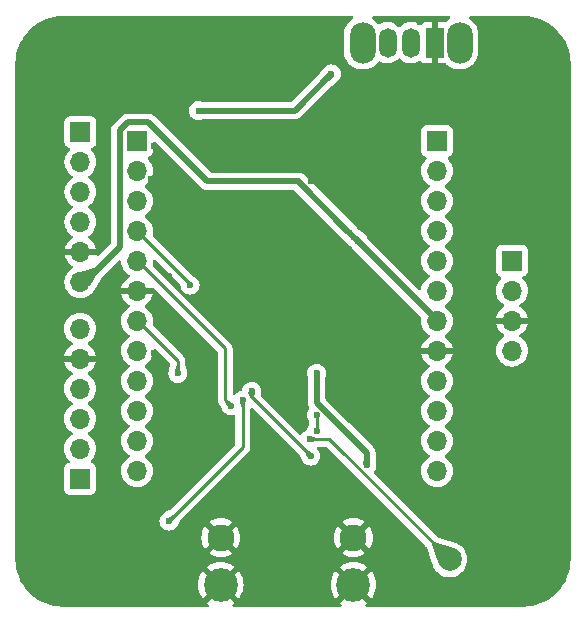
<source format=gbr>
%TF.GenerationSoftware,KiCad,Pcbnew,8.0.3*%
%TF.CreationDate,2024-10-16T20:56:53-05:00*%
%TF.ProjectId,BB-STM32 Dev Board,42422d53-544d-4333-9220-44657620426f,0*%
%TF.SameCoordinates,Original*%
%TF.FileFunction,Copper,L2,Bot*%
%TF.FilePolarity,Positive*%
%FSLAX46Y46*%
G04 Gerber Fmt 4.6, Leading zero omitted, Abs format (unit mm)*
G04 Created by KiCad (PCBNEW 8.0.3) date 2024-10-16 20:56:53*
%MOMM*%
%LPD*%
G01*
G04 APERTURE LIST*
%TA.AperFunction,ComponentPad*%
%ADD10R,1.700000X1.700000*%
%TD*%
%TA.AperFunction,ComponentPad*%
%ADD11O,1.700000X1.700000*%
%TD*%
%TA.AperFunction,ComponentPad*%
%ADD12C,2.280000*%
%TD*%
%TA.AperFunction,ComponentPad*%
%ADD13C,2.850000*%
%TD*%
%TA.AperFunction,ComponentPad*%
%ADD14O,1.500000X2.500000*%
%TD*%
%TA.AperFunction,ComponentPad*%
%ADD15R,1.500000X2.500000*%
%TD*%
%TA.AperFunction,ComponentPad*%
%ADD16O,2.200000X3.500000*%
%TD*%
%TA.AperFunction,ComponentPad*%
%ADD17C,2.000000*%
%TD*%
%TA.AperFunction,ComponentPad*%
%ADD18C,3.600000*%
%TD*%
%TA.AperFunction,ConnectorPad*%
%ADD19C,6.400000*%
%TD*%
%TA.AperFunction,ViaPad*%
%ADD20C,0.600000*%
%TD*%
%TA.AperFunction,Conductor*%
%ADD21C,0.500000*%
%TD*%
%TA.AperFunction,Conductor*%
%ADD22C,0.254000*%
%TD*%
G04 APERTURE END LIST*
D10*
%TO.P,J9,1,Pin_1*%
%TO.N,unconnected-(J9-Pin_1-Pad1)*%
X125300000Y-83560000D03*
D11*
%TO.P,J9,2,Pin_2*%
%TO.N,unconnected-(J9-Pin_2-Pad2)*%
X125300000Y-86100000D03*
%TO.P,J9,3,Pin_3*%
%TO.N,unconnected-(J9-Pin_3-Pad3)*%
X125300000Y-88640000D03*
%TO.P,J9,4,Pin_4*%
%TO.N,/USB_CTS*%
X125300000Y-91180000D03*
%TO.P,J9,5,Pin_5*%
%TO.N,/USB_RTS*%
X125300000Y-93720000D03*
%TO.P,J9,6,Pin_6*%
%TO.N,GND*%
X125300000Y-96260000D03*
%TO.P,J9,7,Pin_7*%
%TO.N,/USB_RXD*%
X125300000Y-98800000D03*
%TO.P,J9,8,Pin_8*%
%TO.N,/USB_TXD*%
X125300000Y-101340000D03*
%TO.P,J9,9,Pin_9*%
%TO.N,Net-(J2-Pin_4)*%
X125300000Y-103880000D03*
%TO.P,J9,10,Pin_10*%
%TO.N,Net-(J2-Pin_3)*%
X125300000Y-106420000D03*
%TO.P,J9,11,Pin_11*%
%TO.N,Net-(J2-Pin_2)*%
X125300000Y-108960000D03*
%TO.P,J9,12,Pin_12*%
%TO.N,Net-(J2-Pin_1)*%
X125300000Y-111500000D03*
%TD*%
D10*
%TO.P,J8,1,Pin_1*%
%TO.N,/SWCLK*%
X150700000Y-83560000D03*
D11*
%TO.P,J8,2,Pin_2*%
%TO.N,/SWDIO*%
X150700000Y-86100000D03*
%TO.P,J8,3,Pin_3*%
%TO.N,Net-(J5-Pin_1)*%
X150700000Y-88640000D03*
%TO.P,J8,4,Pin_4*%
%TO.N,Net-(J5-Pin_2)*%
X150700000Y-91180000D03*
%TO.P,J8,5,Pin_5*%
%TO.N,Net-(J8-Pin_5)*%
X150700000Y-93720000D03*
%TO.P,J8,6,Pin_6*%
%TO.N,/NRST*%
X150700000Y-96260000D03*
%TO.P,J8,7,Pin_7*%
%TO.N,+3V3*%
X150700000Y-98800000D03*
%TO.P,J8,8,Pin_8*%
%TO.N,GND*%
X150700000Y-101340000D03*
%TO.P,J8,9,Pin_9*%
%TO.N,unconnected-(J8-Pin_9-Pad9)*%
X150700000Y-103880000D03*
%TO.P,J8,10,Pin_10*%
%TO.N,Net-(J8-Pin_10)*%
X150700000Y-106420000D03*
%TO.P,J8,11,Pin_11*%
%TO.N,unconnected-(J8-Pin_11-Pad11)*%
X150700000Y-108960000D03*
%TO.P,J8,12,Pin_12*%
%TO.N,unconnected-(J8-Pin_12-Pad12)*%
X150700000Y-111500000D03*
%TD*%
D12*
%TO.P,J1,MH4,MH4*%
%TO.N,GND*%
X143620000Y-117150000D03*
D13*
%TO.P,J1,MH3,MH3*%
X143620000Y-121150000D03*
%TO.P,J1,MH2,MH2*%
X132380000Y-121150000D03*
D12*
%TO.P,J1,MH1,MH1*%
X132380000Y-117150000D03*
%TD*%
D14*
%TO.P,SW4,3,C*%
%TO.N,Net-(D8-K)*%
X146500000Y-75250000D03*
%TO.P,SW4,2,B*%
%TO.N,VBAT*%
X148500000Y-75250000D03*
D15*
%TO.P,SW4,1,A*%
%TO.N,GND*%
X150500000Y-75250000D03*
D16*
%TO.P,SW4,*%
%TO.N,*%
X144400000Y-75250000D03*
X152600000Y-75250000D03*
%TD*%
D17*
%TO.P,TP1,1,1*%
%TO.N,Net-(IC1-FSOURCE)*%
X151750000Y-119000000D03*
%TD*%
D18*
%TO.P,H2,1,1*%
%TO.N,GND*%
X158000000Y-77000000D03*
D19*
X158000000Y-77000000D03*
%TD*%
D10*
%TO.P,J2,1,Pin_1*%
%TO.N,Net-(J2-Pin_1)*%
X120475000Y-112160000D03*
D11*
%TO.P,J2,2,Pin_2*%
%TO.N,Net-(J2-Pin_2)*%
X120475000Y-109620000D03*
%TO.P,J2,3,Pin_3*%
%TO.N,Net-(J2-Pin_3)*%
X120475000Y-107080000D03*
%TO.P,J2,4,Pin_4*%
%TO.N,Net-(J2-Pin_4)*%
X120475000Y-104540000D03*
%TO.P,J2,5,Pin_5*%
%TO.N,GND*%
X120475000Y-102000000D03*
%TO.P,J2,6,Pin_6*%
%TO.N,+3V3*%
X120475000Y-99460000D03*
%TD*%
D18*
%TO.P,H3,1,1*%
%TO.N,GND*%
X119000000Y-119000000D03*
D19*
X119000000Y-119000000D03*
%TD*%
D11*
%TO.P,J5,4,Pin_4*%
%TO.N,+3V3*%
X157025000Y-101320000D03*
%TO.P,J5,3,Pin_3*%
%TO.N,GND*%
X157025000Y-98780000D03*
%TO.P,J5,2,Pin_2*%
%TO.N,Net-(J5-Pin_2)*%
X157025000Y-96240000D03*
D10*
%TO.P,J5,1,Pin_1*%
%TO.N,Net-(J5-Pin_1)*%
X157025000Y-93700000D03*
%TD*%
D18*
%TO.P,H4,1,1*%
%TO.N,GND*%
X158000000Y-119000000D03*
D19*
X158000000Y-119000000D03*
%TD*%
D18*
%TO.P,H1,1,1*%
%TO.N,GND*%
X119000000Y-77000000D03*
D19*
X119000000Y-77000000D03*
%TD*%
D10*
%TO.P,J3,1,Pin_1*%
%TO.N,/USB_TXD*%
X120500000Y-82800000D03*
D11*
%TO.P,J3,2,Pin_2*%
%TO.N,/USB_RXD*%
X120500000Y-85340000D03*
%TO.P,J3,3,Pin_3*%
%TO.N,/USB_RTS*%
X120500000Y-87880000D03*
%TO.P,J3,4,Pin_4*%
%TO.N,/USB_CTS*%
X120500000Y-90420000D03*
%TO.P,J3,5,Pin_5*%
%TO.N,GND*%
X120500000Y-92960000D03*
%TO.P,J3,6,Pin_6*%
%TO.N,+3V3*%
X120500000Y-95500000D03*
%TD*%
D20*
%TO.N,/USB_CTS*%
X129777000Y-95777000D03*
%TO.N,GND*%
X138685920Y-110708536D03*
X133000000Y-109250000D03*
X127250000Y-103750000D03*
X129750000Y-104750000D03*
X130500000Y-107750000D03*
X132250000Y-107250000D03*
%TO.N,USB_VBUS*%
X140500000Y-103250000D03*
%TO.N,Net-(IC1-VBUS_DET)*%
X140500000Y-108098580D03*
X140500000Y-106750000D03*
%TO.N,GND*%
X136500000Y-108500000D03*
X137500000Y-109500000D03*
X135500000Y-109500000D03*
X135500000Y-107500000D03*
%TO.N,Net-(D8-K)*%
X130500000Y-81000000D03*
%TO.N,+3V3*%
X144000000Y-92000000D03*
%TO.N,GND*%
X144250000Y-78750000D03*
X147640929Y-77917606D03*
X144750000Y-88250000D03*
X140000000Y-87000000D03*
X140000000Y-83000000D03*
X143250000Y-82750000D03*
X142250000Y-87000000D03*
X123500000Y-94500000D03*
X133000000Y-83500000D03*
X137750000Y-79500000D03*
X131500000Y-101500000D03*
X134750000Y-90750000D03*
X138750000Y-92500000D03*
X154250000Y-73500000D03*
X153250000Y-106500000D03*
X126750000Y-84000000D03*
X130500000Y-103500000D03*
X139500000Y-113500000D03*
X142000000Y-112000000D03*
X149250000Y-73500000D03*
X147500000Y-73500000D03*
X153500000Y-84000000D03*
X154000000Y-93000000D03*
X126750000Y-101500000D03*
X126500000Y-86750000D03*
X128000000Y-95000000D03*
X147000000Y-82750000D03*
%TO.N,USB_VBUS*%
X144758084Y-111008084D03*
%TO.N,Net-(D8-K)*%
X141750000Y-77900000D03*
%TO.N,/VCCIN*%
X140000000Y-110250000D03*
X135000000Y-104750000D03*
%TO.N,Net-(D1-A)*%
X134250000Y-105500000D03*
X128000000Y-115750000D03*
%TO.N,/USB_RXD*%
X128750000Y-103250000D03*
%TO.N,/USB_RTS*%
X133250000Y-106000000D03*
%TO.N,Net-(IC1-FSOURCE)*%
X139896524Y-108816143D03*
%TD*%
D21*
%TO.N,+3V3*%
X143750000Y-91820000D02*
X150700000Y-98770000D01*
X143680000Y-91750000D02*
X143750000Y-91750000D01*
X143250000Y-91320000D02*
X143680000Y-91750000D01*
X143750000Y-91750000D02*
X143750000Y-91820000D01*
X143250000Y-91250000D02*
X143250000Y-91320000D01*
X143180000Y-91250000D02*
X143250000Y-91250000D01*
X139000000Y-87000000D02*
X139000000Y-87070000D01*
X126250000Y-82000000D02*
X131250000Y-87000000D01*
X123815000Y-82674946D02*
X124489946Y-82000000D01*
X131250000Y-87000000D02*
X139000000Y-87000000D01*
X123815000Y-92560000D02*
X123815000Y-82674946D01*
X120875000Y-95500000D02*
X123815000Y-92560000D01*
X139000000Y-87070000D02*
X143180000Y-91250000D01*
X120500000Y-95500000D02*
X120875000Y-95500000D01*
X124489946Y-82000000D02*
X126250000Y-82000000D01*
D22*
%TO.N,/USB_CTS*%
X129777000Y-95657000D02*
X125300000Y-91180000D01*
X129777000Y-95777000D02*
X129777000Y-95657000D01*
%TO.N,Net-(IC1-FSOURCE)*%
X141566143Y-108816143D02*
X151750000Y-119000000D01*
X139896524Y-108816143D02*
X141566143Y-108816143D01*
%TO.N,Net-(D1-A)*%
X134250000Y-105500000D02*
X134250000Y-109500000D01*
%TO.N,/USB_RXD*%
X128750000Y-103250000D02*
X128750000Y-102220000D01*
%TO.N,/USB_RTS*%
X132750000Y-105500000D02*
X132750000Y-101140000D01*
X133250000Y-106000000D02*
X132750000Y-105500000D01*
D21*
%TO.N,USB_VBUS*%
X140500000Y-105745000D02*
X140500000Y-103250000D01*
X144758084Y-110003084D02*
X140500000Y-105745000D01*
X144758084Y-111008084D02*
X144758084Y-110003084D01*
D22*
%TO.N,Net-(IC1-VBUS_DET)*%
X140500000Y-106750000D02*
X140500000Y-108098580D01*
D21*
%TO.N,Net-(D8-K)*%
X130500000Y-81000000D02*
X138650000Y-81000000D01*
X138650000Y-81000000D02*
X141750000Y-77900000D01*
D22*
%TO.N,/VCCIN*%
X135000000Y-105250000D02*
X140000000Y-110250000D01*
X135000000Y-104750000D02*
X135000000Y-105250000D01*
%TO.N,Net-(D1-A)*%
X134250000Y-109500000D02*
X128000000Y-115750000D01*
%TO.N,/USB_RXD*%
X128750000Y-102220000D02*
X125300000Y-98770000D01*
%TO.N,/USB_RTS*%
X132750000Y-101140000D02*
X125300000Y-93690000D01*
%TD*%
%TA.AperFunction,Conductor*%
%TO.N,GND*%
G36*
X143564877Y-73020185D02*
G01*
X143610632Y-73072989D01*
X143620576Y-73142147D01*
X143591551Y-73205703D01*
X143565036Y-73228184D01*
X143565096Y-73228266D01*
X143564007Y-73229057D01*
X143562625Y-73230229D01*
X143561150Y-73231132D01*
X143357350Y-73379201D01*
X143357345Y-73379205D01*
X143179205Y-73557345D01*
X143179201Y-73557350D01*
X143031132Y-73761151D01*
X142916760Y-73985616D01*
X142838910Y-74225214D01*
X142799500Y-74474038D01*
X142799500Y-76025961D01*
X142838910Y-76274785D01*
X142916760Y-76514383D01*
X142995413Y-76668747D01*
X143013286Y-76703825D01*
X143031132Y-76738848D01*
X143179201Y-76942649D01*
X143179205Y-76942654D01*
X143357345Y-77120794D01*
X143357350Y-77120798D01*
X143535117Y-77249952D01*
X143561155Y-77268870D01*
X143704184Y-77341747D01*
X143785616Y-77383239D01*
X143785618Y-77383239D01*
X143785621Y-77383241D01*
X144025215Y-77461090D01*
X144274038Y-77500500D01*
X144274039Y-77500500D01*
X144525961Y-77500500D01*
X144525962Y-77500500D01*
X144774785Y-77461090D01*
X145014379Y-77383241D01*
X145238845Y-77268870D01*
X145442656Y-77120793D01*
X145620793Y-76942656D01*
X145627004Y-76934108D01*
X145684298Y-76855248D01*
X145739628Y-76812581D01*
X145809241Y-76806602D01*
X145840912Y-76817647D01*
X145844593Y-76819522D01*
X145844595Y-76819524D01*
X145914708Y-76855248D01*
X146019970Y-76908882D01*
X146019972Y-76908882D01*
X146019975Y-76908884D01*
X146097606Y-76934108D01*
X146207173Y-76969709D01*
X146401578Y-77000500D01*
X146401583Y-77000500D01*
X146598422Y-77000500D01*
X146792826Y-76969709D01*
X146980025Y-76908884D01*
X147155405Y-76819524D01*
X147314646Y-76703828D01*
X147412319Y-76606155D01*
X147473642Y-76572670D01*
X147543334Y-76577654D01*
X147587681Y-76606155D01*
X147685354Y-76703828D01*
X147844595Y-76819524D01*
X147914708Y-76855248D01*
X148019970Y-76908882D01*
X148019972Y-76908882D01*
X148019975Y-76908884D01*
X148097606Y-76934108D01*
X148207173Y-76969709D01*
X148401578Y-77000500D01*
X148401583Y-77000500D01*
X148598422Y-77000500D01*
X148792826Y-76969709D01*
X148980025Y-76908884D01*
X149155405Y-76819524D01*
X149192018Y-76792922D01*
X149257820Y-76769442D01*
X149325875Y-76785266D01*
X149364169Y-76818929D01*
X149392809Y-76857187D01*
X149392812Y-76857190D01*
X149507906Y-76943350D01*
X149507913Y-76943354D01*
X149642620Y-76993596D01*
X149642627Y-76993598D01*
X149702155Y-76999999D01*
X149702172Y-77000000D01*
X150250000Y-77000000D01*
X150250000Y-75625277D01*
X150326306Y-75669333D01*
X150440756Y-75700000D01*
X150559244Y-75700000D01*
X150673694Y-75669333D01*
X150750000Y-75625277D01*
X150750000Y-77000000D01*
X151297828Y-77000000D01*
X151297841Y-76999999D01*
X151364096Y-76992875D01*
X151432856Y-77005279D01*
X151465034Y-77028483D01*
X151557345Y-77120794D01*
X151557350Y-77120798D01*
X151735117Y-77249952D01*
X151761155Y-77268870D01*
X151904184Y-77341747D01*
X151985616Y-77383239D01*
X151985618Y-77383239D01*
X151985621Y-77383241D01*
X152225215Y-77461090D01*
X152474038Y-77500500D01*
X152474039Y-77500500D01*
X152725961Y-77500500D01*
X152725962Y-77500500D01*
X152974785Y-77461090D01*
X153214379Y-77383241D01*
X153438845Y-77268870D01*
X153642656Y-77120793D01*
X153820793Y-76942656D01*
X153968870Y-76738845D01*
X154083241Y-76514379D01*
X154161090Y-76274785D01*
X154200500Y-76025962D01*
X154200500Y-74474038D01*
X154161090Y-74225215D01*
X154083241Y-73985621D01*
X154083239Y-73985618D01*
X154083239Y-73985616D01*
X154036479Y-73893845D01*
X153968870Y-73761155D01*
X153941107Y-73722942D01*
X153820798Y-73557350D01*
X153820794Y-73557345D01*
X153642654Y-73379205D01*
X153642649Y-73379201D01*
X153438849Y-73231132D01*
X153437375Y-73230229D01*
X153436932Y-73229739D01*
X153434904Y-73228266D01*
X153435213Y-73227840D01*
X153390498Y-73178419D01*
X153379074Y-73109490D01*
X153406729Y-73045326D01*
X153464683Y-73006300D01*
X153502162Y-73000500D01*
X157934108Y-73000500D01*
X157997128Y-73000500D01*
X158002855Y-73000632D01*
X158363310Y-73017296D01*
X158374700Y-73018352D01*
X158729238Y-73067808D01*
X158740482Y-73069910D01*
X159088944Y-73151867D01*
X159099934Y-73154994D01*
X159439368Y-73268761D01*
X159450022Y-73272889D01*
X159777488Y-73417479D01*
X159787735Y-73422581D01*
X160100452Y-73596765D01*
X160110190Y-73602794D01*
X160224461Y-73681071D01*
X160392491Y-73796174D01*
X160405512Y-73805093D01*
X160414649Y-73811994D01*
X160690035Y-74040671D01*
X160698499Y-74048387D01*
X160951612Y-74301500D01*
X160959328Y-74309964D01*
X161188003Y-74585347D01*
X161194906Y-74594487D01*
X161397205Y-74889809D01*
X161403234Y-74899547D01*
X161577418Y-75212264D01*
X161582523Y-75222517D01*
X161727105Y-75549964D01*
X161731243Y-75560644D01*
X161845001Y-75900052D01*
X161848135Y-75911068D01*
X161930087Y-76259509D01*
X161932192Y-76270768D01*
X161981646Y-76625292D01*
X161982703Y-76636696D01*
X161999368Y-76997144D01*
X161999500Y-77002871D01*
X161999500Y-118997128D01*
X161999368Y-119002855D01*
X161982703Y-119363303D01*
X161981646Y-119374707D01*
X161932192Y-119729231D01*
X161930087Y-119740490D01*
X161848135Y-120088931D01*
X161845001Y-120099947D01*
X161731243Y-120439355D01*
X161727105Y-120450035D01*
X161582523Y-120777482D01*
X161577418Y-120787735D01*
X161403234Y-121100452D01*
X161397205Y-121110190D01*
X161194906Y-121405512D01*
X161188003Y-121414652D01*
X160959328Y-121690035D01*
X160951612Y-121698499D01*
X160698499Y-121951612D01*
X160690035Y-121959328D01*
X160414652Y-122188003D01*
X160405512Y-122194906D01*
X160110190Y-122397205D01*
X160100452Y-122403234D01*
X159787735Y-122577418D01*
X159777482Y-122582523D01*
X159450035Y-122727105D01*
X159439355Y-122731243D01*
X159099947Y-122845001D01*
X159088931Y-122848135D01*
X158740490Y-122930087D01*
X158729231Y-122932192D01*
X158374707Y-122981646D01*
X158363303Y-122982703D01*
X158002855Y-122999368D01*
X157997128Y-122999500D01*
X144734110Y-122999500D01*
X144667071Y-122979815D01*
X144621316Y-122927011D01*
X144611372Y-122857853D01*
X144640397Y-122794297D01*
X144660434Y-122776989D01*
X144659846Y-122776203D01*
X144792984Y-122676536D01*
X144092972Y-121976525D01*
X144225590Y-121887913D01*
X144357913Y-121755590D01*
X144446525Y-121622972D01*
X145146536Y-122322984D01*
X145243551Y-122193387D01*
X145243552Y-122193386D01*
X145375511Y-121951722D01*
X145471744Y-121693711D01*
X145530272Y-121424661D01*
X145549917Y-121150001D01*
X145549917Y-121149998D01*
X145530272Y-120875338D01*
X145471744Y-120606288D01*
X145375511Y-120348277D01*
X145243552Y-120106613D01*
X145243547Y-120106605D01*
X145146537Y-119977015D01*
X145146536Y-119977014D01*
X144446524Y-120677026D01*
X144357913Y-120544410D01*
X144225590Y-120412087D01*
X144092971Y-120323474D01*
X144792984Y-119623462D01*
X144792983Y-119623461D01*
X144663394Y-119526452D01*
X144663386Y-119526447D01*
X144421721Y-119394488D01*
X144421722Y-119394488D01*
X144163711Y-119298255D01*
X143894661Y-119239727D01*
X143620001Y-119220083D01*
X143619999Y-119220083D01*
X143345338Y-119239727D01*
X143076288Y-119298255D01*
X142818277Y-119394488D01*
X142576613Y-119526447D01*
X142447015Y-119623462D01*
X143147028Y-120323474D01*
X143014410Y-120412087D01*
X142882087Y-120544410D01*
X142793474Y-120677027D01*
X142093462Y-119977015D01*
X141996447Y-120106613D01*
X141864488Y-120348277D01*
X141768255Y-120606288D01*
X141709727Y-120875338D01*
X141690083Y-121149998D01*
X141690083Y-121150001D01*
X141709727Y-121424661D01*
X141768255Y-121693711D01*
X141864488Y-121951722D01*
X141996447Y-122193386D01*
X141996452Y-122193394D01*
X142093461Y-122322983D01*
X142093462Y-122322984D01*
X142793474Y-121622972D01*
X142882087Y-121755590D01*
X143014410Y-121887913D01*
X143147026Y-121976524D01*
X142447014Y-122676536D01*
X142447015Y-122676537D01*
X142580153Y-122776203D01*
X142578771Y-122778048D01*
X142618524Y-122823640D01*
X142628682Y-122892767D01*
X142599854Y-122956412D01*
X142541193Y-122994368D01*
X142505890Y-122999500D01*
X133494110Y-122999500D01*
X133427071Y-122979815D01*
X133381316Y-122927011D01*
X133371372Y-122857853D01*
X133400397Y-122794297D01*
X133420434Y-122776989D01*
X133419846Y-122776203D01*
X133552984Y-122676536D01*
X132852972Y-121976525D01*
X132985590Y-121887913D01*
X133117913Y-121755590D01*
X133206525Y-121622972D01*
X133906536Y-122322984D01*
X134003551Y-122193387D01*
X134003552Y-122193386D01*
X134135511Y-121951722D01*
X134231744Y-121693711D01*
X134290272Y-121424661D01*
X134309917Y-121150001D01*
X134309917Y-121149998D01*
X134290272Y-120875338D01*
X134231744Y-120606288D01*
X134135511Y-120348277D01*
X134003552Y-120106613D01*
X134003547Y-120106605D01*
X133906537Y-119977015D01*
X133906536Y-119977014D01*
X133206524Y-120677026D01*
X133117913Y-120544410D01*
X132985590Y-120412087D01*
X132852971Y-120323474D01*
X133552984Y-119623462D01*
X133552983Y-119623461D01*
X133423394Y-119526452D01*
X133423386Y-119526447D01*
X133181721Y-119394488D01*
X133181722Y-119394488D01*
X132923711Y-119298255D01*
X132654661Y-119239727D01*
X132380001Y-119220083D01*
X132379999Y-119220083D01*
X132105338Y-119239727D01*
X131836288Y-119298255D01*
X131578277Y-119394488D01*
X131336613Y-119526447D01*
X131207015Y-119623462D01*
X131907028Y-120323474D01*
X131774410Y-120412087D01*
X131642087Y-120544410D01*
X131553474Y-120677027D01*
X130853462Y-119977015D01*
X130756447Y-120106613D01*
X130624488Y-120348277D01*
X130528255Y-120606288D01*
X130469727Y-120875338D01*
X130450083Y-121149998D01*
X130450083Y-121150001D01*
X130469727Y-121424661D01*
X130528255Y-121693711D01*
X130624488Y-121951722D01*
X130756447Y-122193386D01*
X130756452Y-122193394D01*
X130853461Y-122322983D01*
X130853462Y-122322984D01*
X131553474Y-121622972D01*
X131642087Y-121755590D01*
X131774410Y-121887913D01*
X131907026Y-121976524D01*
X131207014Y-122676536D01*
X131207015Y-122676537D01*
X131340153Y-122776203D01*
X131338771Y-122778048D01*
X131378524Y-122823640D01*
X131388682Y-122892767D01*
X131359854Y-122956412D01*
X131301193Y-122994368D01*
X131265890Y-122999500D01*
X119002872Y-122999500D01*
X118997145Y-122999368D01*
X118636696Y-122982703D01*
X118625292Y-122981646D01*
X118270768Y-122932192D01*
X118259509Y-122930087D01*
X117911068Y-122848135D01*
X117900052Y-122845001D01*
X117560644Y-122731243D01*
X117549964Y-122727105D01*
X117222517Y-122582523D01*
X117212264Y-122577418D01*
X116899547Y-122403234D01*
X116889809Y-122397205D01*
X116594487Y-122194906D01*
X116585347Y-122188003D01*
X116309964Y-121959328D01*
X116301500Y-121951612D01*
X116048387Y-121698499D01*
X116040671Y-121690035D01*
X115965902Y-121599994D01*
X115811994Y-121414649D01*
X115805093Y-121405512D01*
X115602794Y-121110190D01*
X115596765Y-121100452D01*
X115470015Y-120872895D01*
X115422579Y-120787731D01*
X115417476Y-120777482D01*
X115383267Y-120700006D01*
X115272889Y-120450022D01*
X115268761Y-120439368D01*
X115154994Y-120099934D01*
X115151867Y-120088944D01*
X115069910Y-119740482D01*
X115067807Y-119729231D01*
X115066046Y-119716608D01*
X115018352Y-119374700D01*
X115017296Y-119363303D01*
X115000632Y-119002855D01*
X115000500Y-118997128D01*
X115000500Y-117150000D01*
X130734929Y-117150000D01*
X130755183Y-117407349D01*
X130815444Y-117658355D01*
X130815444Y-117658356D01*
X130914228Y-117896843D01*
X130914230Y-117896846D01*
X131049111Y-118116951D01*
X131053895Y-118122551D01*
X131694768Y-117481678D01*
X131706497Y-117509995D01*
X131789670Y-117634472D01*
X131895528Y-117740330D01*
X132020005Y-117823503D01*
X132048320Y-117835231D01*
X131407447Y-118476103D01*
X131407447Y-118476104D01*
X131413046Y-118480885D01*
X131413052Y-118480890D01*
X131633153Y-118615769D01*
X131633156Y-118615771D01*
X131871644Y-118714555D01*
X132122650Y-118774816D01*
X132380000Y-118795070D01*
X132637349Y-118774816D01*
X132888355Y-118714555D01*
X132888356Y-118714555D01*
X133126843Y-118615771D01*
X133126846Y-118615769D01*
X133346942Y-118480894D01*
X133352550Y-118476103D01*
X132711678Y-117835231D01*
X132739995Y-117823503D01*
X132864472Y-117740330D01*
X132970330Y-117634472D01*
X133053503Y-117509995D01*
X133065231Y-117481678D01*
X133706103Y-118122550D01*
X133710894Y-118116942D01*
X133845769Y-117896846D01*
X133845771Y-117896843D01*
X133944555Y-117658356D01*
X133944555Y-117658355D01*
X134004816Y-117407349D01*
X134025070Y-117150000D01*
X141974929Y-117150000D01*
X141995183Y-117407349D01*
X142055444Y-117658355D01*
X142055444Y-117658356D01*
X142154228Y-117896843D01*
X142154230Y-117896846D01*
X142289111Y-118116951D01*
X142293895Y-118122551D01*
X142934768Y-117481678D01*
X142946497Y-117509995D01*
X143029670Y-117634472D01*
X143135528Y-117740330D01*
X143260005Y-117823503D01*
X143288320Y-117835231D01*
X142647447Y-118476103D01*
X142647447Y-118476104D01*
X142653046Y-118480885D01*
X142653052Y-118480890D01*
X142873153Y-118615769D01*
X142873156Y-118615771D01*
X143111644Y-118714555D01*
X143362650Y-118774816D01*
X143620000Y-118795070D01*
X143877349Y-118774816D01*
X144128355Y-118714555D01*
X144128356Y-118714555D01*
X144366843Y-118615771D01*
X144366846Y-118615769D01*
X144586942Y-118480894D01*
X144592550Y-118476103D01*
X143951678Y-117835231D01*
X143979995Y-117823503D01*
X144104472Y-117740330D01*
X144210330Y-117634472D01*
X144293503Y-117509995D01*
X144305231Y-117481678D01*
X144946103Y-118122550D01*
X144950894Y-118116942D01*
X145085769Y-117896846D01*
X145085771Y-117896843D01*
X145184555Y-117658356D01*
X145184555Y-117658355D01*
X145244816Y-117407349D01*
X145265070Y-117150000D01*
X145244816Y-116892650D01*
X145184555Y-116641644D01*
X145184555Y-116641643D01*
X145085771Y-116403156D01*
X145085769Y-116403153D01*
X144950890Y-116183052D01*
X144950885Y-116183046D01*
X144946103Y-116177447D01*
X144305231Y-116818319D01*
X144293503Y-116790005D01*
X144210330Y-116665528D01*
X144104472Y-116559670D01*
X143979995Y-116476497D01*
X143951679Y-116464768D01*
X144592551Y-115823895D01*
X144592551Y-115823894D01*
X144586951Y-115819111D01*
X144366846Y-115684230D01*
X144366843Y-115684228D01*
X144128355Y-115585444D01*
X143877349Y-115525183D01*
X143620000Y-115504929D01*
X143362650Y-115525183D01*
X143111644Y-115585444D01*
X143111643Y-115585444D01*
X142873156Y-115684228D01*
X142873153Y-115684230D01*
X142653057Y-115819105D01*
X142653052Y-115819109D01*
X142647447Y-115823894D01*
X143288321Y-116464768D01*
X143260005Y-116476497D01*
X143135528Y-116559670D01*
X143029670Y-116665528D01*
X142946497Y-116790005D01*
X142934768Y-116818321D01*
X142293894Y-116177447D01*
X142289109Y-116183052D01*
X142289105Y-116183057D01*
X142154230Y-116403153D01*
X142154228Y-116403156D01*
X142055444Y-116641643D01*
X142055444Y-116641644D01*
X141995183Y-116892650D01*
X141974929Y-117150000D01*
X134025070Y-117150000D01*
X134004816Y-116892650D01*
X133944555Y-116641644D01*
X133944555Y-116641643D01*
X133845771Y-116403156D01*
X133845769Y-116403153D01*
X133710890Y-116183052D01*
X133710885Y-116183046D01*
X133706103Y-116177447D01*
X133065231Y-116818319D01*
X133053503Y-116790005D01*
X132970330Y-116665528D01*
X132864472Y-116559670D01*
X132739995Y-116476497D01*
X132711679Y-116464768D01*
X133352551Y-115823895D01*
X133352551Y-115823894D01*
X133346951Y-115819111D01*
X133126846Y-115684230D01*
X133126843Y-115684228D01*
X132888355Y-115585444D01*
X132637349Y-115525183D01*
X132380000Y-115504929D01*
X132122650Y-115525183D01*
X131871644Y-115585444D01*
X131871643Y-115585444D01*
X131633156Y-115684228D01*
X131633153Y-115684230D01*
X131413057Y-115819105D01*
X131413052Y-115819109D01*
X131407447Y-115823894D01*
X132048321Y-116464768D01*
X132020005Y-116476497D01*
X131895528Y-116559670D01*
X131789670Y-116665528D01*
X131706497Y-116790005D01*
X131694768Y-116818321D01*
X131053894Y-116177447D01*
X131049109Y-116183052D01*
X131049105Y-116183057D01*
X130914230Y-116403153D01*
X130914228Y-116403156D01*
X130815444Y-116641643D01*
X130815444Y-116641644D01*
X130755183Y-116892650D01*
X130734929Y-117150000D01*
X115000500Y-117150000D01*
X115000500Y-99459999D01*
X119119341Y-99459999D01*
X119119341Y-99460000D01*
X119139936Y-99695403D01*
X119139938Y-99695413D01*
X119201094Y-99923655D01*
X119201096Y-99923659D01*
X119201097Y-99923663D01*
X119281782Y-100096692D01*
X119300965Y-100137830D01*
X119300967Y-100137834D01*
X119436501Y-100331395D01*
X119436506Y-100331402D01*
X119603597Y-100498493D01*
X119603603Y-100498498D01*
X119789594Y-100628730D01*
X119833219Y-100683307D01*
X119840413Y-100752805D01*
X119808890Y-100815160D01*
X119789595Y-100831880D01*
X119603922Y-100961890D01*
X119603920Y-100961891D01*
X119436891Y-101128920D01*
X119436886Y-101128926D01*
X119301400Y-101322420D01*
X119301399Y-101322422D01*
X119201570Y-101536507D01*
X119201567Y-101536513D01*
X119144364Y-101749999D01*
X119144364Y-101750000D01*
X120041988Y-101750000D01*
X120009075Y-101807007D01*
X119975000Y-101934174D01*
X119975000Y-102065826D01*
X120009075Y-102192993D01*
X120041988Y-102250000D01*
X119144364Y-102250000D01*
X119201567Y-102463486D01*
X119201570Y-102463492D01*
X119301399Y-102677578D01*
X119436894Y-102871082D01*
X119603917Y-103038105D01*
X119789595Y-103168119D01*
X119833219Y-103222696D01*
X119840412Y-103292195D01*
X119808890Y-103354549D01*
X119789595Y-103371269D01*
X119603594Y-103501508D01*
X119436505Y-103668597D01*
X119300965Y-103862169D01*
X119300964Y-103862171D01*
X119201098Y-104076335D01*
X119201094Y-104076344D01*
X119139938Y-104304586D01*
X119139936Y-104304596D01*
X119119341Y-104539999D01*
X119119341Y-104540000D01*
X119139936Y-104775403D01*
X119139938Y-104775413D01*
X119201094Y-105003655D01*
X119201096Y-105003659D01*
X119201097Y-105003663D01*
X119269335Y-105150000D01*
X119300965Y-105217830D01*
X119300967Y-105217834D01*
X119409281Y-105372521D01*
X119434913Y-105409128D01*
X119436501Y-105411395D01*
X119436506Y-105411402D01*
X119603597Y-105578493D01*
X119603603Y-105578498D01*
X119789158Y-105708425D01*
X119832783Y-105763002D01*
X119839977Y-105832500D01*
X119808454Y-105894855D01*
X119789158Y-105911575D01*
X119603597Y-106041505D01*
X119436505Y-106208597D01*
X119300965Y-106402169D01*
X119300964Y-106402171D01*
X119201098Y-106616335D01*
X119201094Y-106616344D01*
X119139938Y-106844586D01*
X119139936Y-106844596D01*
X119119341Y-107079999D01*
X119119341Y-107080000D01*
X119139936Y-107315403D01*
X119139938Y-107315413D01*
X119201094Y-107543655D01*
X119201096Y-107543659D01*
X119201097Y-107543663D01*
X119269335Y-107690000D01*
X119300965Y-107757830D01*
X119300967Y-107757834D01*
X119436501Y-107951395D01*
X119436506Y-107951402D01*
X119603597Y-108118493D01*
X119603603Y-108118498D01*
X119789158Y-108248425D01*
X119832783Y-108303002D01*
X119839977Y-108372500D01*
X119808454Y-108434855D01*
X119789158Y-108451575D01*
X119603597Y-108581505D01*
X119436505Y-108748597D01*
X119300965Y-108942169D01*
X119300964Y-108942171D01*
X119201098Y-109156335D01*
X119201094Y-109156344D01*
X119139938Y-109384586D01*
X119139936Y-109384596D01*
X119119341Y-109619999D01*
X119119341Y-109620000D01*
X119139936Y-109855403D01*
X119139938Y-109855413D01*
X119201094Y-110083655D01*
X119201096Y-110083659D01*
X119201097Y-110083663D01*
X119278663Y-110250003D01*
X119300965Y-110297830D01*
X119300967Y-110297834D01*
X119392986Y-110429249D01*
X119436501Y-110491396D01*
X119436506Y-110491402D01*
X119558430Y-110613326D01*
X119591915Y-110674649D01*
X119586931Y-110744341D01*
X119545059Y-110800274D01*
X119514083Y-110817189D01*
X119382669Y-110866203D01*
X119382664Y-110866206D01*
X119267455Y-110952452D01*
X119267452Y-110952455D01*
X119181206Y-111067664D01*
X119181202Y-111067671D01*
X119130908Y-111202517D01*
X119124501Y-111262116D01*
X119124501Y-111262123D01*
X119124500Y-111262135D01*
X119124500Y-113057870D01*
X119124501Y-113057876D01*
X119130908Y-113117483D01*
X119181202Y-113252328D01*
X119181206Y-113252335D01*
X119267452Y-113367544D01*
X119267455Y-113367547D01*
X119382664Y-113453793D01*
X119382671Y-113453797D01*
X119517517Y-113504091D01*
X119517516Y-113504091D01*
X119524444Y-113504835D01*
X119577127Y-113510500D01*
X121372872Y-113510499D01*
X121432483Y-113504091D01*
X121567331Y-113453796D01*
X121682546Y-113367546D01*
X121768796Y-113252331D01*
X121819091Y-113117483D01*
X121825500Y-113057873D01*
X121825499Y-111262128D01*
X121819091Y-111202517D01*
X121768796Y-111067669D01*
X121768795Y-111067668D01*
X121768793Y-111067664D01*
X121682547Y-110952455D01*
X121682544Y-110952452D01*
X121567335Y-110866206D01*
X121567328Y-110866202D01*
X121435917Y-110817189D01*
X121379983Y-110775318D01*
X121355566Y-110709853D01*
X121370418Y-110641580D01*
X121391563Y-110613332D01*
X121513495Y-110491401D01*
X121649035Y-110297830D01*
X121748903Y-110083663D01*
X121810063Y-109855408D01*
X121830659Y-109620000D01*
X121810063Y-109384592D01*
X121748903Y-109156337D01*
X121649035Y-108942171D01*
X121513495Y-108748599D01*
X121513494Y-108748597D01*
X121346402Y-108581506D01*
X121346396Y-108581501D01*
X121160842Y-108451575D01*
X121117217Y-108396998D01*
X121110023Y-108327500D01*
X121141546Y-108265145D01*
X121160842Y-108248425D01*
X121249527Y-108186327D01*
X121346401Y-108118495D01*
X121513495Y-107951401D01*
X121649035Y-107757830D01*
X121748903Y-107543663D01*
X121810063Y-107315408D01*
X121830659Y-107080000D01*
X121810063Y-106844592D01*
X121748903Y-106616337D01*
X121649035Y-106402171D01*
X121647849Y-106400476D01*
X121513494Y-106208597D01*
X121346402Y-106041506D01*
X121346396Y-106041501D01*
X121160842Y-105911575D01*
X121117217Y-105856998D01*
X121110023Y-105787500D01*
X121141546Y-105725145D01*
X121160842Y-105708425D01*
X121183026Y-105692891D01*
X121346401Y-105578495D01*
X121513495Y-105411401D01*
X121649035Y-105217830D01*
X121748903Y-105003663D01*
X121810063Y-104775408D01*
X121830659Y-104540000D01*
X121810063Y-104304592D01*
X121748903Y-104076337D01*
X121649035Y-103862171D01*
X121572077Y-103752262D01*
X121513494Y-103668597D01*
X121346402Y-103501506D01*
X121346401Y-103501505D01*
X121160405Y-103371269D01*
X121116781Y-103316692D01*
X121109588Y-103247193D01*
X121141110Y-103184839D01*
X121160405Y-103168119D01*
X121346082Y-103038105D01*
X121513105Y-102871082D01*
X121648600Y-102677578D01*
X121748429Y-102463492D01*
X121748432Y-102463486D01*
X121805636Y-102250000D01*
X120908012Y-102250000D01*
X120940925Y-102192993D01*
X120975000Y-102065826D01*
X120975000Y-101934174D01*
X120940925Y-101807007D01*
X120908012Y-101750000D01*
X121805636Y-101750000D01*
X121805635Y-101749999D01*
X121748432Y-101536513D01*
X121748429Y-101536507D01*
X121648600Y-101322422D01*
X121648599Y-101322420D01*
X121513113Y-101128926D01*
X121513108Y-101128920D01*
X121346078Y-100961890D01*
X121160405Y-100831879D01*
X121116780Y-100777302D01*
X121109588Y-100707804D01*
X121141110Y-100645449D01*
X121160406Y-100628730D01*
X121346401Y-100498495D01*
X121513495Y-100331401D01*
X121649035Y-100137830D01*
X121748903Y-99923663D01*
X121810063Y-99695408D01*
X121830659Y-99460000D01*
X121810063Y-99224592D01*
X121748903Y-98996337D01*
X121649035Y-98782171D01*
X121601424Y-98714174D01*
X121513494Y-98588597D01*
X121346402Y-98421506D01*
X121346395Y-98421501D01*
X121152834Y-98285967D01*
X121152830Y-98285965D01*
X121140038Y-98280000D01*
X120938663Y-98186097D01*
X120938659Y-98186096D01*
X120938655Y-98186094D01*
X120710413Y-98124938D01*
X120710403Y-98124936D01*
X120475001Y-98104341D01*
X120474999Y-98104341D01*
X120239596Y-98124936D01*
X120239586Y-98124938D01*
X120011344Y-98186094D01*
X120011335Y-98186098D01*
X119797171Y-98285964D01*
X119797169Y-98285965D01*
X119603597Y-98421505D01*
X119436505Y-98588597D01*
X119300965Y-98782169D01*
X119300964Y-98782171D01*
X119201098Y-98996335D01*
X119201094Y-98996344D01*
X119139938Y-99224586D01*
X119139936Y-99224596D01*
X119119341Y-99459999D01*
X115000500Y-99459999D01*
X115000500Y-85339999D01*
X119144341Y-85339999D01*
X119144341Y-85340000D01*
X119164936Y-85575403D01*
X119164938Y-85575413D01*
X119226094Y-85803655D01*
X119226096Y-85803659D01*
X119226097Y-85803663D01*
X119254506Y-85864586D01*
X119325965Y-86017830D01*
X119325967Y-86017834D01*
X119461501Y-86211395D01*
X119461506Y-86211402D01*
X119628597Y-86378493D01*
X119628603Y-86378498D01*
X119814158Y-86508425D01*
X119857783Y-86563002D01*
X119864977Y-86632500D01*
X119833454Y-86694855D01*
X119814158Y-86711575D01*
X119628597Y-86841505D01*
X119461505Y-87008597D01*
X119325965Y-87202169D01*
X119325964Y-87202171D01*
X119226098Y-87416335D01*
X119226094Y-87416344D01*
X119164938Y-87644586D01*
X119164936Y-87644596D01*
X119144341Y-87879999D01*
X119144341Y-87880000D01*
X119164936Y-88115403D01*
X119164938Y-88115413D01*
X119226094Y-88343655D01*
X119226096Y-88343659D01*
X119226097Y-88343663D01*
X119254506Y-88404586D01*
X119325965Y-88557830D01*
X119325967Y-88557834D01*
X119461501Y-88751395D01*
X119461506Y-88751402D01*
X119628597Y-88918493D01*
X119628603Y-88918498D01*
X119814158Y-89048425D01*
X119857783Y-89103002D01*
X119864977Y-89172500D01*
X119833454Y-89234855D01*
X119814158Y-89251575D01*
X119628597Y-89381505D01*
X119461505Y-89548597D01*
X119325965Y-89742169D01*
X119325964Y-89742171D01*
X119226098Y-89956335D01*
X119226094Y-89956344D01*
X119164938Y-90184586D01*
X119164936Y-90184596D01*
X119144341Y-90419999D01*
X119144341Y-90420000D01*
X119164936Y-90655403D01*
X119164938Y-90655413D01*
X119226094Y-90883655D01*
X119226096Y-90883659D01*
X119226097Y-90883663D01*
X119325965Y-91097830D01*
X119325967Y-91097834D01*
X119383500Y-91179999D01*
X119449468Y-91274211D01*
X119461501Y-91291395D01*
X119461506Y-91291402D01*
X119628597Y-91458493D01*
X119628603Y-91458498D01*
X119814594Y-91588730D01*
X119858219Y-91643307D01*
X119865413Y-91712805D01*
X119833890Y-91775160D01*
X119814595Y-91791880D01*
X119628922Y-91921890D01*
X119628920Y-91921891D01*
X119461891Y-92088920D01*
X119461886Y-92088926D01*
X119326400Y-92282420D01*
X119326399Y-92282422D01*
X119226570Y-92496507D01*
X119226567Y-92496513D01*
X119169364Y-92709999D01*
X119169364Y-92710000D01*
X120066988Y-92710000D01*
X120034075Y-92767007D01*
X120000000Y-92894174D01*
X120000000Y-93025826D01*
X120034075Y-93152993D01*
X120066988Y-93210000D01*
X119169364Y-93210000D01*
X119226567Y-93423486D01*
X119226570Y-93423492D01*
X119326399Y-93637578D01*
X119461894Y-93831082D01*
X119628917Y-93998105D01*
X119814595Y-94128119D01*
X119858219Y-94182696D01*
X119865412Y-94252195D01*
X119833890Y-94314549D01*
X119814595Y-94331269D01*
X119628594Y-94461508D01*
X119461505Y-94628597D01*
X119325965Y-94822169D01*
X119325964Y-94822171D01*
X119226098Y-95036335D01*
X119226094Y-95036344D01*
X119164938Y-95264586D01*
X119164936Y-95264596D01*
X119144341Y-95499999D01*
X119144341Y-95500000D01*
X119164936Y-95735403D01*
X119164938Y-95735413D01*
X119226094Y-95963655D01*
X119226096Y-95963659D01*
X119226097Y-95963663D01*
X119316466Y-96157460D01*
X119325965Y-96177830D01*
X119325967Y-96177834D01*
X119429593Y-96325826D01*
X119461505Y-96371401D01*
X119628599Y-96538495D01*
X119725384Y-96606265D01*
X119822165Y-96674032D01*
X119822167Y-96674033D01*
X119822170Y-96674035D01*
X120036337Y-96773903D01*
X120264592Y-96835063D01*
X120452918Y-96851539D01*
X120499999Y-96855659D01*
X120500000Y-96855659D01*
X120500001Y-96855659D01*
X120539234Y-96852226D01*
X120735408Y-96835063D01*
X120963663Y-96773903D01*
X121177830Y-96674035D01*
X121371401Y-96538495D01*
X121538495Y-96371401D01*
X121674035Y-96177830D01*
X121708065Y-96104850D01*
X121716979Y-96088916D01*
X122429503Y-95010411D01*
X122445273Y-94991093D01*
X123737969Y-93698397D01*
X123799290Y-93664914D01*
X123868982Y-93669898D01*
X123924915Y-93711770D01*
X123949176Y-93775272D01*
X123964936Y-93955403D01*
X123964938Y-93955413D01*
X124026094Y-94183655D01*
X124026096Y-94183659D01*
X124026097Y-94183663D01*
X124092454Y-94325965D01*
X124125965Y-94397830D01*
X124125967Y-94397834D01*
X124261501Y-94591395D01*
X124261506Y-94591402D01*
X124428597Y-94758493D01*
X124428603Y-94758498D01*
X124614594Y-94888730D01*
X124658219Y-94943307D01*
X124665413Y-95012805D01*
X124633890Y-95075160D01*
X124614595Y-95091880D01*
X124428922Y-95221890D01*
X124428920Y-95221891D01*
X124261891Y-95388920D01*
X124261886Y-95388926D01*
X124126400Y-95582420D01*
X124126399Y-95582422D01*
X124026570Y-95796507D01*
X124026567Y-95796513D01*
X123969364Y-96009999D01*
X123969364Y-96010000D01*
X124866988Y-96010000D01*
X124834075Y-96067007D01*
X124800000Y-96194174D01*
X124800000Y-96325826D01*
X124834075Y-96452993D01*
X124866988Y-96510000D01*
X123969364Y-96510000D01*
X124026567Y-96723486D01*
X124026570Y-96723492D01*
X124126399Y-96937578D01*
X124261894Y-97131082D01*
X124428917Y-97298105D01*
X124614595Y-97428119D01*
X124658219Y-97482696D01*
X124665412Y-97552195D01*
X124633890Y-97614549D01*
X124614595Y-97631269D01*
X124428594Y-97761508D01*
X124261505Y-97928597D01*
X124125965Y-98122169D01*
X124125964Y-98122171D01*
X124026098Y-98336335D01*
X124026094Y-98336344D01*
X123964938Y-98564586D01*
X123964936Y-98564596D01*
X123944341Y-98799999D01*
X123944341Y-98800000D01*
X123964936Y-99035403D01*
X123964938Y-99035413D01*
X124026094Y-99263655D01*
X124026096Y-99263659D01*
X124026097Y-99263663D01*
X124116521Y-99457578D01*
X124125965Y-99477830D01*
X124125967Y-99477834D01*
X124234281Y-99632521D01*
X124247277Y-99651082D01*
X124261501Y-99671395D01*
X124261506Y-99671402D01*
X124428597Y-99838493D01*
X124428603Y-99838498D01*
X124614158Y-99968425D01*
X124657783Y-100023002D01*
X124664977Y-100092500D01*
X124633454Y-100154855D01*
X124614158Y-100171575D01*
X124428597Y-100301505D01*
X124261505Y-100468597D01*
X124125965Y-100662169D01*
X124125964Y-100662171D01*
X124026098Y-100876335D01*
X124026094Y-100876344D01*
X123964938Y-101104586D01*
X123964936Y-101104596D01*
X123944341Y-101339999D01*
X123944341Y-101340000D01*
X123964936Y-101575403D01*
X123964938Y-101575413D01*
X124026094Y-101803655D01*
X124026096Y-101803659D01*
X124026097Y-101803663D01*
X124103694Y-101970069D01*
X124125965Y-102017830D01*
X124125967Y-102017834D01*
X124261501Y-102211395D01*
X124261506Y-102211402D01*
X124428597Y-102378493D01*
X124428603Y-102378498D01*
X124614158Y-102508425D01*
X124657783Y-102563002D01*
X124664977Y-102632500D01*
X124633454Y-102694855D01*
X124614158Y-102711575D01*
X124428597Y-102841505D01*
X124261505Y-103008597D01*
X124125965Y-103202169D01*
X124125964Y-103202171D01*
X124026098Y-103416335D01*
X124026094Y-103416344D01*
X123964938Y-103644586D01*
X123964936Y-103644596D01*
X123944341Y-103879999D01*
X123944341Y-103880000D01*
X123964936Y-104115403D01*
X123964938Y-104115413D01*
X124026094Y-104343655D01*
X124026096Y-104343659D01*
X124026097Y-104343663D01*
X124117650Y-104539999D01*
X124125965Y-104557830D01*
X124125967Y-104557834D01*
X124261501Y-104751395D01*
X124261506Y-104751402D01*
X124428597Y-104918493D01*
X124428603Y-104918498D01*
X124614158Y-105048425D01*
X124657783Y-105103002D01*
X124664977Y-105172500D01*
X124633454Y-105234855D01*
X124614158Y-105251575D01*
X124428597Y-105381505D01*
X124261505Y-105548597D01*
X124125965Y-105742169D01*
X124125964Y-105742171D01*
X124026098Y-105956335D01*
X124026094Y-105956344D01*
X123964938Y-106184586D01*
X123964936Y-106184596D01*
X123944341Y-106419999D01*
X123944341Y-106420000D01*
X123964936Y-106655403D01*
X123964938Y-106655413D01*
X124026094Y-106883655D01*
X124026096Y-106883659D01*
X124026097Y-106883663D01*
X124047357Y-106929255D01*
X124125965Y-107097830D01*
X124125967Y-107097834D01*
X124261501Y-107291395D01*
X124261506Y-107291402D01*
X124428597Y-107458493D01*
X124428603Y-107458498D01*
X124614158Y-107588425D01*
X124657783Y-107643002D01*
X124664977Y-107712500D01*
X124633454Y-107774855D01*
X124614158Y-107791575D01*
X124428597Y-107921505D01*
X124261505Y-108088597D01*
X124125965Y-108282169D01*
X124125964Y-108282171D01*
X124026098Y-108496335D01*
X124026094Y-108496344D01*
X123964938Y-108724586D01*
X123964936Y-108724596D01*
X123944341Y-108959999D01*
X123944341Y-108960000D01*
X123964936Y-109195403D01*
X123964938Y-109195413D01*
X124026094Y-109423655D01*
X124026096Y-109423659D01*
X124026097Y-109423663D01*
X124090515Y-109561807D01*
X124125965Y-109637830D01*
X124125967Y-109637834D01*
X124202923Y-109747737D01*
X124237584Y-109797239D01*
X124261501Y-109831395D01*
X124261506Y-109831402D01*
X124428597Y-109998493D01*
X124428603Y-109998498D01*
X124614158Y-110128425D01*
X124657783Y-110183002D01*
X124664977Y-110252500D01*
X124633454Y-110314855D01*
X124614158Y-110331575D01*
X124428597Y-110461505D01*
X124261505Y-110628597D01*
X124125965Y-110822169D01*
X124125964Y-110822171D01*
X124026098Y-111036335D01*
X124026094Y-111036344D01*
X123964938Y-111264586D01*
X123964936Y-111264596D01*
X123944341Y-111499999D01*
X123944341Y-111500000D01*
X123964936Y-111735403D01*
X123964938Y-111735413D01*
X124026094Y-111963655D01*
X124026096Y-111963659D01*
X124026097Y-111963663D01*
X124125965Y-112177830D01*
X124125967Y-112177834D01*
X124234281Y-112332521D01*
X124261505Y-112371401D01*
X124428599Y-112538495D01*
X124525384Y-112606265D01*
X124622165Y-112674032D01*
X124622167Y-112674033D01*
X124622170Y-112674035D01*
X124836337Y-112773903D01*
X125064592Y-112835063D01*
X125252918Y-112851539D01*
X125299999Y-112855659D01*
X125300000Y-112855659D01*
X125300001Y-112855659D01*
X125339234Y-112852226D01*
X125535408Y-112835063D01*
X125763663Y-112773903D01*
X125977830Y-112674035D01*
X126171401Y-112538495D01*
X126338495Y-112371401D01*
X126474035Y-112177830D01*
X126573903Y-111963663D01*
X126635063Y-111735408D01*
X126655659Y-111500000D01*
X126635063Y-111264592D01*
X126573903Y-111036337D01*
X126474035Y-110822171D01*
X126469651Y-110815909D01*
X126338494Y-110628597D01*
X126171402Y-110461506D01*
X126171396Y-110461501D01*
X125985842Y-110331575D01*
X125942217Y-110276998D01*
X125935023Y-110207500D01*
X125966546Y-110145145D01*
X125985842Y-110128425D01*
X126049767Y-110083664D01*
X126171401Y-109998495D01*
X126338495Y-109831401D01*
X126474035Y-109637830D01*
X126573903Y-109423663D01*
X126635063Y-109195408D01*
X126655659Y-108960000D01*
X126635063Y-108724592D01*
X126573903Y-108496337D01*
X126474035Y-108282171D01*
X126462114Y-108265145D01*
X126338494Y-108088597D01*
X126171402Y-107921506D01*
X126171396Y-107921501D01*
X125985842Y-107791575D01*
X125942217Y-107736998D01*
X125935023Y-107667500D01*
X125966546Y-107605145D01*
X125985842Y-107588425D01*
X126049767Y-107543664D01*
X126171401Y-107458495D01*
X126338495Y-107291401D01*
X126474035Y-107097830D01*
X126573903Y-106883663D01*
X126635063Y-106655408D01*
X126655659Y-106420000D01*
X126635063Y-106184592D01*
X126573903Y-105956337D01*
X126474035Y-105742171D01*
X126462114Y-105725145D01*
X126338494Y-105548597D01*
X126171402Y-105381506D01*
X126171396Y-105381501D01*
X125985842Y-105251575D01*
X125942217Y-105196998D01*
X125935023Y-105127500D01*
X125966546Y-105065145D01*
X125985842Y-105048425D01*
X126049767Y-105003664D01*
X126171401Y-104918495D01*
X126338495Y-104751401D01*
X126474035Y-104557830D01*
X126573903Y-104343663D01*
X126635063Y-104115408D01*
X126655659Y-103880000D01*
X126635063Y-103644592D01*
X126573903Y-103416337D01*
X126474035Y-103202171D01*
X126461551Y-103184341D01*
X126338494Y-103008597D01*
X126171402Y-102841506D01*
X126171396Y-102841501D01*
X125985842Y-102711575D01*
X125942217Y-102656998D01*
X125935023Y-102587500D01*
X125966546Y-102525145D01*
X125985842Y-102508425D01*
X126048386Y-102464631D01*
X126171401Y-102378495D01*
X126338495Y-102211401D01*
X126474035Y-102017830D01*
X126573903Y-101803663D01*
X126635063Y-101575408D01*
X126655659Y-101340000D01*
X126654007Y-101321124D01*
X126667772Y-101252626D01*
X126716386Y-101202442D01*
X126784414Y-101186507D01*
X126850258Y-101209880D01*
X126865216Y-101222635D01*
X128086181Y-102443600D01*
X128119666Y-102504923D01*
X128122500Y-102531281D01*
X128122500Y-102538653D01*
X128116957Y-102575314D01*
X127993072Y-102975598D01*
X127985067Y-103004473D01*
X127984089Y-103009726D01*
X127983466Y-103009610D01*
X127979084Y-103029440D01*
X127964631Y-103070745D01*
X127964631Y-103070746D01*
X127944435Y-103249996D01*
X127944435Y-103250003D01*
X127964630Y-103429249D01*
X127964631Y-103429254D01*
X128024211Y-103599523D01*
X128067615Y-103668599D01*
X128120184Y-103752262D01*
X128247738Y-103879816D01*
X128248031Y-103880000D01*
X128382721Y-103964632D01*
X128400478Y-103975789D01*
X128538860Y-104024211D01*
X128570745Y-104035368D01*
X128570750Y-104035369D01*
X128749996Y-104055565D01*
X128750000Y-104055565D01*
X128750004Y-104055565D01*
X128929249Y-104035369D01*
X128929252Y-104035368D01*
X128929255Y-104035368D01*
X129099522Y-103975789D01*
X129252262Y-103879816D01*
X129379816Y-103752262D01*
X129475789Y-103599522D01*
X129535368Y-103429255D01*
X129536823Y-103416344D01*
X129555565Y-103250003D01*
X129555565Y-103249996D01*
X129535369Y-103070748D01*
X129535368Y-103070745D01*
X129514627Y-103011472D01*
X129509200Y-102989946D01*
X129506922Y-102975588D01*
X129506922Y-102975585D01*
X129383043Y-102575316D01*
X129377500Y-102538655D01*
X129377500Y-102158196D01*
X129377499Y-102158192D01*
X129353386Y-102036966D01*
X129325676Y-101970070D01*
X129306083Y-101922767D01*
X129237414Y-101819996D01*
X129237413Y-101819994D01*
X129201074Y-101783655D01*
X129150008Y-101732589D01*
X126647175Y-99229756D01*
X126613690Y-99168433D01*
X126615081Y-99109982D01*
X126621237Y-99087007D01*
X126635063Y-99035408D01*
X126655659Y-98800000D01*
X126635063Y-98564592D01*
X126573903Y-98336337D01*
X126474035Y-98122171D01*
X126461551Y-98104341D01*
X126338494Y-97928597D01*
X126171402Y-97761506D01*
X126171401Y-97761505D01*
X125985405Y-97631269D01*
X125941781Y-97576692D01*
X125934588Y-97507193D01*
X125966110Y-97444839D01*
X125985405Y-97428119D01*
X126171082Y-97298105D01*
X126338105Y-97131082D01*
X126473600Y-96937578D01*
X126573429Y-96723492D01*
X126573432Y-96723486D01*
X126630636Y-96510000D01*
X125733012Y-96510000D01*
X125765925Y-96452993D01*
X125800000Y-96325826D01*
X125800000Y-96194174D01*
X125765925Y-96067007D01*
X125733012Y-96010000D01*
X126681219Y-96010000D01*
X126748258Y-96029685D01*
X126768900Y-96046319D01*
X132086181Y-101363600D01*
X132119666Y-101424923D01*
X132122500Y-101451281D01*
X132122500Y-105561807D01*
X132146612Y-105683027D01*
X132146614Y-105683035D01*
X132172255Y-105744937D01*
X132193915Y-105797230D01*
X132231436Y-105853383D01*
X132231436Y-105853384D01*
X132262590Y-105900010D01*
X132262593Y-105900012D01*
X132303294Y-105940713D01*
X132325298Y-105970556D01*
X132362711Y-106041505D01*
X132518088Y-106336165D01*
X132521177Y-106343253D01*
X132521189Y-106343248D01*
X132524209Y-106349519D01*
X132556229Y-106400478D01*
X132620184Y-106502262D01*
X132747738Y-106629816D01*
X132900478Y-106725789D01*
X132969678Y-106750003D01*
X133070745Y-106785368D01*
X133070750Y-106785369D01*
X133249996Y-106805565D01*
X133250000Y-106805565D01*
X133250004Y-106805565D01*
X133429249Y-106785369D01*
X133429250Y-106785368D01*
X133429255Y-106785368D01*
X133457545Y-106775468D01*
X133527321Y-106771906D01*
X133587950Y-106806633D01*
X133620178Y-106868626D01*
X133622500Y-106892510D01*
X133622500Y-109188718D01*
X133602815Y-109255757D01*
X133586181Y-109276399D01*
X128059286Y-114803293D01*
X128029443Y-114825297D01*
X127663829Y-115018090D01*
X127656741Y-115021179D01*
X127656748Y-115021192D01*
X127650474Y-115024213D01*
X127497737Y-115120184D01*
X127370184Y-115247737D01*
X127274211Y-115400476D01*
X127214631Y-115570745D01*
X127214630Y-115570750D01*
X127194435Y-115749996D01*
X127194435Y-115750003D01*
X127214630Y-115929249D01*
X127214631Y-115929254D01*
X127274211Y-116099523D01*
X127370184Y-116252262D01*
X127497738Y-116379816D01*
X127650478Y-116475789D01*
X127820745Y-116535368D01*
X127820750Y-116535369D01*
X127999996Y-116555565D01*
X128000000Y-116555565D01*
X128000004Y-116555565D01*
X128179249Y-116535369D01*
X128179252Y-116535368D01*
X128179255Y-116535368D01*
X128349522Y-116475789D01*
X128502262Y-116379816D01*
X128629816Y-116252262D01*
X128725789Y-116099522D01*
X128725791Y-116099514D01*
X128728809Y-116093248D01*
X128728822Y-116093254D01*
X128731909Y-116086167D01*
X128924700Y-115720554D01*
X128946699Y-115690718D01*
X134737411Y-109900008D01*
X134806083Y-109797233D01*
X134841919Y-109710717D01*
X134853386Y-109683034D01*
X134877500Y-109561803D01*
X134877500Y-109438197D01*
X134877500Y-106314281D01*
X134897185Y-106247242D01*
X134949989Y-106201487D01*
X135019147Y-106191543D01*
X135082703Y-106220568D01*
X135089181Y-106226600D01*
X139053294Y-110190713D01*
X139075298Y-110220556D01*
X139268088Y-110586165D01*
X139271177Y-110593253D01*
X139271189Y-110593248D01*
X139274209Y-110599519D01*
X139274211Y-110599522D01*
X139370184Y-110752262D01*
X139497738Y-110879816D01*
X139588080Y-110936582D01*
X139645324Y-110972551D01*
X139650478Y-110975789D01*
X139742769Y-111008083D01*
X139820745Y-111035368D01*
X139820750Y-111035369D01*
X139999996Y-111055565D01*
X140000000Y-111055565D01*
X140000004Y-111055565D01*
X140179249Y-111035369D01*
X140179252Y-111035368D01*
X140179255Y-111035368D01*
X140349522Y-110975789D01*
X140502262Y-110879816D01*
X140629816Y-110752262D01*
X140725789Y-110599522D01*
X140785368Y-110429255D01*
X140785369Y-110429249D01*
X140805565Y-110250003D01*
X140805565Y-110249996D01*
X140785369Y-110070750D01*
X140785368Y-110070745D01*
X140725788Y-109900476D01*
X140682381Y-109831395D01*
X140629816Y-109747738D01*
X140537402Y-109655324D01*
X140503917Y-109594001D01*
X140508901Y-109524309D01*
X140550773Y-109468376D01*
X140616237Y-109443959D01*
X140625083Y-109443643D01*
X141254862Y-109443643D01*
X141321901Y-109463328D01*
X141342543Y-109479962D01*
X149781193Y-117918612D01*
X149810918Y-117966394D01*
X150218320Y-119165205D01*
X150317389Y-119456726D01*
X150320187Y-119466180D01*
X150325935Y-119488877D01*
X150325937Y-119488883D01*
X150334365Y-119508096D01*
X150338211Y-119517995D01*
X150343488Y-119533522D01*
X150343496Y-119533544D01*
X150348958Y-119548810D01*
X150349216Y-119549495D01*
X150349224Y-119549514D01*
X150378492Y-119613447D01*
X150381858Y-119619120D01*
X150381248Y-119619481D01*
X150389253Y-119633227D01*
X150425827Y-119716608D01*
X150561833Y-119924782D01*
X150561836Y-119924785D01*
X150730256Y-120107738D01*
X150926491Y-120260474D01*
X151145190Y-120378828D01*
X151380386Y-120459571D01*
X151625665Y-120500500D01*
X151874335Y-120500500D01*
X152119614Y-120459571D01*
X152354810Y-120378828D01*
X152573509Y-120260474D01*
X152769744Y-120107738D01*
X152938164Y-119924785D01*
X153074173Y-119716607D01*
X153174063Y-119488881D01*
X153235108Y-119247821D01*
X153235779Y-119239727D01*
X153255643Y-119000005D01*
X153255643Y-118999994D01*
X153235109Y-118752187D01*
X153235107Y-118752175D01*
X153174063Y-118511118D01*
X153074173Y-118283393D01*
X152938166Y-118075217D01*
X152837987Y-117966394D01*
X152769744Y-117892262D01*
X152573509Y-117739526D01*
X152573507Y-117739525D01*
X152573506Y-117739524D01*
X152354811Y-117621172D01*
X152354802Y-117621169D01*
X152311162Y-117606187D01*
X152295232Y-117599441D01*
X152283522Y-117593488D01*
X151735794Y-117407349D01*
X150716393Y-117060917D01*
X150668611Y-117031192D01*
X145355513Y-111718094D01*
X145322028Y-111656771D01*
X145327012Y-111587079D01*
X145355512Y-111542733D01*
X145387900Y-111510346D01*
X145483873Y-111357606D01*
X145543452Y-111187339D01*
X145556936Y-111067669D01*
X145563649Y-111008086D01*
X145563649Y-111008083D01*
X145560841Y-110983167D01*
X145560282Y-110961888D01*
X145560785Y-110953475D01*
X145512732Y-110376833D01*
X145511708Y-110368038D01*
X145509417Y-110348366D01*
X145508584Y-110334020D01*
X145508584Y-109929163D01*
X145479743Y-109784176D01*
X145479742Y-109784175D01*
X145479742Y-109784171D01*
X145449317Y-109710718D01*
X145423171Y-109647595D01*
X145423164Y-109647582D01*
X145341036Y-109524669D01*
X145296329Y-109479962D01*
X145236500Y-109420133D01*
X143274860Y-107458493D01*
X141286819Y-105470451D01*
X141253334Y-105409128D01*
X141250500Y-105382770D01*
X141250500Y-103549972D01*
X141257458Y-103509017D01*
X141285368Y-103429255D01*
X141286823Y-103416344D01*
X141305565Y-103250003D01*
X141305565Y-103249996D01*
X141285369Y-103070750D01*
X141285368Y-103070745D01*
X141266008Y-103015418D01*
X141225789Y-102900478D01*
X141129816Y-102747738D01*
X141002262Y-102620184D01*
X140979843Y-102606097D01*
X140849523Y-102524211D01*
X140679254Y-102464631D01*
X140679249Y-102464630D01*
X140500004Y-102444435D01*
X140499996Y-102444435D01*
X140320750Y-102464630D01*
X140320745Y-102464631D01*
X140150476Y-102524211D01*
X139997737Y-102620184D01*
X139870184Y-102747737D01*
X139774211Y-102900476D01*
X139714631Y-103070745D01*
X139714630Y-103070750D01*
X139694435Y-103249996D01*
X139694435Y-103250003D01*
X139714630Y-103429249D01*
X139714631Y-103429254D01*
X139742542Y-103509017D01*
X139749500Y-103549972D01*
X139749500Y-105818918D01*
X139749500Y-105818920D01*
X139749499Y-105818920D01*
X139778340Y-105963907D01*
X139778343Y-105963917D01*
X139834913Y-106100490D01*
X139834916Y-106100495D01*
X139854508Y-106129817D01*
X139856125Y-106132237D01*
X139877003Y-106198914D01*
X139858519Y-106266295D01*
X139858017Y-106267100D01*
X139774211Y-106400476D01*
X139714631Y-106570745D01*
X139714630Y-106570750D01*
X139694435Y-106749996D01*
X139694435Y-106750003D01*
X139714630Y-106929249D01*
X139714631Y-106929254D01*
X139774211Y-107099524D01*
X139853493Y-107225698D01*
X139872500Y-107291671D01*
X139872500Y-107556908D01*
X139853494Y-107622880D01*
X139774210Y-107749058D01*
X139714630Y-107919330D01*
X139710174Y-107958884D01*
X139683108Y-108023298D01*
X139627910Y-108062042D01*
X139547000Y-108090354D01*
X139546999Y-108090355D01*
X139394261Y-108186327D01*
X139266708Y-108313880D01*
X139227725Y-108375922D01*
X139175390Y-108422213D01*
X139106336Y-108432861D01*
X139042488Y-108404486D01*
X139035050Y-108397631D01*
X135787220Y-105149801D01*
X135753735Y-105088478D01*
X135755604Y-105028294D01*
X135762587Y-105003664D01*
X135764420Y-104997200D01*
X135764420Y-104997193D01*
X135765438Y-104991872D01*
X135765970Y-104991973D01*
X135770417Y-104971980D01*
X135785368Y-104929255D01*
X135802702Y-104775413D01*
X135805565Y-104750003D01*
X135805565Y-104749996D01*
X135785369Y-104570750D01*
X135785368Y-104570745D01*
X135774610Y-104540000D01*
X135725789Y-104400478D01*
X135629816Y-104247738D01*
X135502262Y-104120184D01*
X135494653Y-104115403D01*
X135349523Y-104024211D01*
X135179254Y-103964631D01*
X135179249Y-103964630D01*
X135000004Y-103944435D01*
X134999996Y-103944435D01*
X134820750Y-103964630D01*
X134820745Y-103964631D01*
X134650476Y-104024211D01*
X134497737Y-104120184D01*
X134370184Y-104247737D01*
X134274210Y-104400478D01*
X134214630Y-104570750D01*
X134211132Y-104601798D01*
X134184064Y-104666211D01*
X134126468Y-104705765D01*
X134101798Y-104711132D01*
X134070750Y-104714630D01*
X133900478Y-104774210D01*
X133747737Y-104870184D01*
X133620184Y-104997737D01*
X133606494Y-105019526D01*
X133554159Y-105065817D01*
X133485106Y-105076465D01*
X133421257Y-105048090D01*
X133382885Y-104989701D01*
X133377500Y-104953554D01*
X133377500Y-101078195D01*
X133368508Y-101032993D01*
X133367548Y-101028165D01*
X133353386Y-100956965D01*
X133311704Y-100856337D01*
X133311704Y-100856336D01*
X133306086Y-100842773D01*
X133306079Y-100842760D01*
X133237412Y-100739993D01*
X133205223Y-100707804D01*
X133150008Y-100652589D01*
X126647175Y-94149756D01*
X126613690Y-94088433D01*
X126615081Y-94029982D01*
X126623622Y-93998105D01*
X126635063Y-93955408D01*
X126655659Y-93720000D01*
X126655659Y-93719999D01*
X126656131Y-93714606D01*
X126657913Y-93714761D01*
X126675344Y-93655401D01*
X126728148Y-93609646D01*
X126797306Y-93599702D01*
X126860862Y-93628727D01*
X126867340Y-93634759D01*
X128935909Y-95703328D01*
X128969394Y-95764651D01*
X128971448Y-95777125D01*
X128991630Y-95956250D01*
X128991631Y-95956254D01*
X129051211Y-96126523D01*
X129122513Y-96239999D01*
X129147184Y-96279262D01*
X129274738Y-96406816D01*
X129427478Y-96502789D01*
X129597745Y-96562368D01*
X129597750Y-96562369D01*
X129776996Y-96582565D01*
X129777000Y-96582565D01*
X129777004Y-96582565D01*
X129956249Y-96562369D01*
X129956252Y-96562368D01*
X129956255Y-96562368D01*
X130126522Y-96502789D01*
X130279262Y-96406816D01*
X130406816Y-96279262D01*
X130502789Y-96126522D01*
X130562368Y-95956255D01*
X130562736Y-95952993D01*
X130582565Y-95777003D01*
X130582565Y-95776996D01*
X130562369Y-95597750D01*
X130562368Y-95597745D01*
X130549919Y-95562169D01*
X130502789Y-95427478D01*
X130478358Y-95388597D01*
X130406815Y-95274737D01*
X130279262Y-95147184D01*
X130126524Y-95051212D01*
X130126520Y-95051210D01*
X130048799Y-95024014D01*
X130002073Y-94994654D01*
X126640835Y-91633416D01*
X126607350Y-91572093D01*
X126608741Y-91513641D01*
X126635063Y-91415408D01*
X126655659Y-91180000D01*
X126635063Y-90944592D01*
X126573903Y-90716337D01*
X126474035Y-90502171D01*
X126416499Y-90420000D01*
X126338494Y-90308597D01*
X126171402Y-90141506D01*
X126171396Y-90141501D01*
X125985842Y-90011575D01*
X125942217Y-89956998D01*
X125935023Y-89887500D01*
X125966546Y-89825145D01*
X125985842Y-89808425D01*
X126080465Y-89742169D01*
X126171401Y-89678495D01*
X126338495Y-89511401D01*
X126474035Y-89317830D01*
X126573903Y-89103663D01*
X126635063Y-88875408D01*
X126655659Y-88640000D01*
X126635063Y-88404592D01*
X126573903Y-88176337D01*
X126474035Y-87962171D01*
X126416499Y-87880000D01*
X126338494Y-87768597D01*
X126171402Y-87601506D01*
X126171396Y-87601501D01*
X125985842Y-87471575D01*
X125942217Y-87416998D01*
X125935023Y-87347500D01*
X125966546Y-87285145D01*
X125985842Y-87268425D01*
X126080465Y-87202169D01*
X126171401Y-87138495D01*
X126338495Y-86971401D01*
X126474035Y-86777830D01*
X126573903Y-86563663D01*
X126635063Y-86335408D01*
X126655659Y-86100000D01*
X126635063Y-85864592D01*
X126573903Y-85636337D01*
X126474035Y-85422171D01*
X126416498Y-85340000D01*
X126338496Y-85228600D01*
X126338495Y-85228599D01*
X126216567Y-85106671D01*
X126183084Y-85045351D01*
X126188068Y-84975659D01*
X126229939Y-84919725D01*
X126260915Y-84902810D01*
X126392331Y-84853796D01*
X126507546Y-84767546D01*
X126593796Y-84652331D01*
X126644091Y-84517483D01*
X126650500Y-84457873D01*
X126650499Y-83761227D01*
X126670183Y-83694190D01*
X126722987Y-83648435D01*
X126792146Y-83638491D01*
X126855702Y-83667516D01*
X126862180Y-83673548D01*
X130771586Y-87582954D01*
X130799345Y-87601501D01*
X130845270Y-87632186D01*
X130894505Y-87665084D01*
X130894506Y-87665084D01*
X130894507Y-87665085D01*
X130894509Y-87665086D01*
X131031082Y-87721656D01*
X131031087Y-87721658D01*
X131031091Y-87721658D01*
X131031092Y-87721659D01*
X131176079Y-87750500D01*
X131176082Y-87750500D01*
X131176083Y-87750500D01*
X131323918Y-87750500D01*
X138567770Y-87750500D01*
X138634809Y-87770185D01*
X138655451Y-87786819D01*
X143362464Y-92493832D01*
X143368440Y-92500518D01*
X143499489Y-92631567D01*
X143506169Y-92637537D01*
X146430803Y-95562171D01*
X149329544Y-98460911D01*
X149363029Y-98522234D01*
X149365391Y-98559399D01*
X149344341Y-98799998D01*
X149344341Y-98800000D01*
X149364936Y-99035403D01*
X149364938Y-99035413D01*
X149426094Y-99263655D01*
X149426096Y-99263659D01*
X149426097Y-99263663D01*
X149516521Y-99457578D01*
X149525965Y-99477830D01*
X149525967Y-99477834D01*
X149634281Y-99632521D01*
X149661505Y-99671401D01*
X149828599Y-99838495D01*
X149950231Y-99923663D01*
X150014594Y-99968730D01*
X150058219Y-100023307D01*
X150065413Y-100092805D01*
X150033890Y-100155160D01*
X150014595Y-100171880D01*
X149828922Y-100301890D01*
X149828920Y-100301891D01*
X149661891Y-100468920D01*
X149661886Y-100468926D01*
X149526400Y-100662420D01*
X149526399Y-100662422D01*
X149426570Y-100876507D01*
X149426567Y-100876513D01*
X149369364Y-101089999D01*
X149369364Y-101090000D01*
X150266988Y-101090000D01*
X150234075Y-101147007D01*
X150200000Y-101274174D01*
X150200000Y-101405826D01*
X150234075Y-101532993D01*
X150266988Y-101590000D01*
X149369364Y-101590000D01*
X149426567Y-101803486D01*
X149426570Y-101803492D01*
X149526399Y-102017578D01*
X149661894Y-102211082D01*
X149828917Y-102378105D01*
X150014595Y-102508119D01*
X150058219Y-102562696D01*
X150065412Y-102632195D01*
X150033890Y-102694549D01*
X150014595Y-102711269D01*
X149828594Y-102841508D01*
X149661505Y-103008597D01*
X149525965Y-103202169D01*
X149525964Y-103202171D01*
X149426098Y-103416335D01*
X149426094Y-103416344D01*
X149364938Y-103644586D01*
X149364936Y-103644596D01*
X149344341Y-103879999D01*
X149344341Y-103880000D01*
X149364936Y-104115403D01*
X149364938Y-104115413D01*
X149426094Y-104343655D01*
X149426096Y-104343659D01*
X149426097Y-104343663D01*
X149517650Y-104539999D01*
X149525965Y-104557830D01*
X149525967Y-104557834D01*
X149661501Y-104751395D01*
X149661506Y-104751402D01*
X149828597Y-104918493D01*
X149828603Y-104918498D01*
X150014158Y-105048425D01*
X150057783Y-105103002D01*
X150064977Y-105172500D01*
X150033454Y-105234855D01*
X150014158Y-105251575D01*
X149828597Y-105381505D01*
X149661505Y-105548597D01*
X149525965Y-105742169D01*
X149525964Y-105742171D01*
X149426098Y-105956335D01*
X149426094Y-105956344D01*
X149364938Y-106184586D01*
X149364936Y-106184596D01*
X149344341Y-106419999D01*
X149344341Y-106420000D01*
X149364936Y-106655403D01*
X149364938Y-106655413D01*
X149426094Y-106883655D01*
X149426096Y-106883659D01*
X149426097Y-106883663D01*
X149447357Y-106929255D01*
X149525965Y-107097830D01*
X149525967Y-107097834D01*
X149661501Y-107291395D01*
X149661506Y-107291402D01*
X149828597Y-107458493D01*
X149828603Y-107458498D01*
X150014158Y-107588425D01*
X150057783Y-107643002D01*
X150064977Y-107712500D01*
X150033454Y-107774855D01*
X150014158Y-107791575D01*
X149828597Y-107921505D01*
X149661505Y-108088597D01*
X149525965Y-108282169D01*
X149525964Y-108282171D01*
X149426098Y-108496335D01*
X149426094Y-108496344D01*
X149364938Y-108724586D01*
X149364936Y-108724596D01*
X149344341Y-108959999D01*
X149344341Y-108960000D01*
X149364936Y-109195403D01*
X149364938Y-109195413D01*
X149426094Y-109423655D01*
X149426096Y-109423659D01*
X149426097Y-109423663D01*
X149490515Y-109561807D01*
X149525965Y-109637830D01*
X149525967Y-109637834D01*
X149602923Y-109747737D01*
X149637584Y-109797239D01*
X149661501Y-109831395D01*
X149661506Y-109831402D01*
X149828597Y-109998493D01*
X149828603Y-109998498D01*
X150014158Y-110128425D01*
X150057783Y-110183002D01*
X150064977Y-110252500D01*
X150033454Y-110314855D01*
X150014158Y-110331575D01*
X149828597Y-110461505D01*
X149661505Y-110628597D01*
X149525965Y-110822169D01*
X149525964Y-110822171D01*
X149426098Y-111036335D01*
X149426094Y-111036344D01*
X149364938Y-111264586D01*
X149364936Y-111264596D01*
X149344341Y-111499999D01*
X149344341Y-111500000D01*
X149364936Y-111735403D01*
X149364938Y-111735413D01*
X149426094Y-111963655D01*
X149426096Y-111963659D01*
X149426097Y-111963663D01*
X149525965Y-112177830D01*
X149525967Y-112177834D01*
X149634281Y-112332521D01*
X149661505Y-112371401D01*
X149828599Y-112538495D01*
X149925384Y-112606265D01*
X150022165Y-112674032D01*
X150022167Y-112674033D01*
X150022170Y-112674035D01*
X150236337Y-112773903D01*
X150464592Y-112835063D01*
X150652918Y-112851539D01*
X150699999Y-112855659D01*
X150700000Y-112855659D01*
X150700001Y-112855659D01*
X150739234Y-112852226D01*
X150935408Y-112835063D01*
X151163663Y-112773903D01*
X151377830Y-112674035D01*
X151571401Y-112538495D01*
X151738495Y-112371401D01*
X151874035Y-112177830D01*
X151973903Y-111963663D01*
X152035063Y-111735408D01*
X152055659Y-111500000D01*
X152035063Y-111264592D01*
X151973903Y-111036337D01*
X151874035Y-110822171D01*
X151869651Y-110815909D01*
X151738494Y-110628597D01*
X151571402Y-110461506D01*
X151571396Y-110461501D01*
X151385842Y-110331575D01*
X151342217Y-110276998D01*
X151335023Y-110207500D01*
X151366546Y-110145145D01*
X151385842Y-110128425D01*
X151449767Y-110083664D01*
X151571401Y-109998495D01*
X151738495Y-109831401D01*
X151874035Y-109637830D01*
X151973903Y-109423663D01*
X152035063Y-109195408D01*
X152055659Y-108960000D01*
X152035063Y-108724592D01*
X151973903Y-108496337D01*
X151874035Y-108282171D01*
X151862114Y-108265145D01*
X151738494Y-108088597D01*
X151571402Y-107921506D01*
X151571396Y-107921501D01*
X151385842Y-107791575D01*
X151342217Y-107736998D01*
X151335023Y-107667500D01*
X151366546Y-107605145D01*
X151385842Y-107588425D01*
X151449767Y-107543664D01*
X151571401Y-107458495D01*
X151738495Y-107291401D01*
X151874035Y-107097830D01*
X151973903Y-106883663D01*
X152035063Y-106655408D01*
X152055659Y-106420000D01*
X152035063Y-106184592D01*
X151973903Y-105956337D01*
X151874035Y-105742171D01*
X151862114Y-105725145D01*
X151738494Y-105548597D01*
X151571402Y-105381506D01*
X151571396Y-105381501D01*
X151385842Y-105251575D01*
X151342217Y-105196998D01*
X151335023Y-105127500D01*
X151366546Y-105065145D01*
X151385842Y-105048425D01*
X151449767Y-105003664D01*
X151571401Y-104918495D01*
X151738495Y-104751401D01*
X151874035Y-104557830D01*
X151973903Y-104343663D01*
X152035063Y-104115408D01*
X152055659Y-103880000D01*
X152035063Y-103644592D01*
X151973903Y-103416337D01*
X151874035Y-103202171D01*
X151861551Y-103184341D01*
X151738494Y-103008597D01*
X151571402Y-102841506D01*
X151571401Y-102841505D01*
X151385405Y-102711269D01*
X151341781Y-102656692D01*
X151334588Y-102587193D01*
X151366110Y-102524839D01*
X151385405Y-102508119D01*
X151571082Y-102378105D01*
X151738105Y-102211082D01*
X151873600Y-102017578D01*
X151973429Y-101803492D01*
X151973432Y-101803486D01*
X152030636Y-101590000D01*
X151133012Y-101590000D01*
X151165925Y-101532993D01*
X151200000Y-101405826D01*
X151200000Y-101274174D01*
X151165925Y-101147007D01*
X151133012Y-101090000D01*
X152030636Y-101090000D01*
X152030635Y-101089999D01*
X151973432Y-100876513D01*
X151973429Y-100876507D01*
X151873600Y-100662422D01*
X151873599Y-100662420D01*
X151738113Y-100468926D01*
X151738108Y-100468920D01*
X151571078Y-100301890D01*
X151385405Y-100171879D01*
X151341780Y-100117302D01*
X151334588Y-100047804D01*
X151366110Y-99985449D01*
X151385406Y-99968730D01*
X151391674Y-99964341D01*
X151571401Y-99838495D01*
X151738495Y-99671401D01*
X151874035Y-99477830D01*
X151973903Y-99263663D01*
X152035063Y-99035408D01*
X152055659Y-98800000D01*
X152035063Y-98564592D01*
X151973903Y-98336337D01*
X151874035Y-98122171D01*
X151861551Y-98104341D01*
X151738494Y-97928597D01*
X151571402Y-97761506D01*
X151571396Y-97761501D01*
X151385842Y-97631575D01*
X151342217Y-97576998D01*
X151335023Y-97507500D01*
X151366546Y-97445145D01*
X151385842Y-97428425D01*
X151413969Y-97408730D01*
X151571401Y-97298495D01*
X151738495Y-97131401D01*
X151874035Y-96937830D01*
X151973903Y-96723663D01*
X152035063Y-96495408D01*
X152055659Y-96260000D01*
X152053909Y-96239999D01*
X155669341Y-96239999D01*
X155669341Y-96240000D01*
X155689936Y-96475403D01*
X155689938Y-96475413D01*
X155751094Y-96703655D01*
X155751096Y-96703659D01*
X155751097Y-96703663D01*
X155812369Y-96835061D01*
X155850965Y-96917830D01*
X155850967Y-96917834D01*
X155986501Y-97111395D01*
X155986506Y-97111402D01*
X156153597Y-97278493D01*
X156153603Y-97278498D01*
X156339594Y-97408730D01*
X156383219Y-97463307D01*
X156390413Y-97532805D01*
X156358890Y-97595160D01*
X156339595Y-97611880D01*
X156153922Y-97741890D01*
X156153920Y-97741891D01*
X155986891Y-97908920D01*
X155986886Y-97908926D01*
X155851400Y-98102420D01*
X155851399Y-98102422D01*
X155751570Y-98316507D01*
X155751567Y-98316513D01*
X155694364Y-98529999D01*
X155694364Y-98530000D01*
X156591988Y-98530000D01*
X156559075Y-98587007D01*
X156525000Y-98714174D01*
X156525000Y-98845826D01*
X156559075Y-98972993D01*
X156591988Y-99030000D01*
X155694364Y-99030000D01*
X155751567Y-99243486D01*
X155751570Y-99243492D01*
X155851399Y-99457578D01*
X155986894Y-99651082D01*
X156153917Y-99818105D01*
X156339595Y-99948119D01*
X156383219Y-100002696D01*
X156390412Y-100072195D01*
X156358890Y-100134549D01*
X156339595Y-100151269D01*
X156153594Y-100281508D01*
X155986505Y-100448597D01*
X155850965Y-100642169D01*
X155850964Y-100642171D01*
X155751098Y-100856335D01*
X155751097Y-100856337D01*
X155689938Y-101084586D01*
X155689936Y-101084596D01*
X155669341Y-101319999D01*
X155669341Y-101320000D01*
X155689936Y-101555403D01*
X155689938Y-101555413D01*
X155751094Y-101783655D01*
X155751096Y-101783659D01*
X155751097Y-101783663D01*
X155815964Y-101922771D01*
X155850965Y-101997830D01*
X155850967Y-101997834D01*
X155898576Y-102065826D01*
X155986505Y-102191401D01*
X156153599Y-102358495D01*
X156213016Y-102400099D01*
X156347165Y-102494032D01*
X156347167Y-102494033D01*
X156347170Y-102494035D01*
X156561337Y-102593903D01*
X156789592Y-102655063D01*
X156977918Y-102671539D01*
X157024999Y-102675659D01*
X157025000Y-102675659D01*
X157025001Y-102675659D01*
X157064234Y-102672226D01*
X157260408Y-102655063D01*
X157488663Y-102593903D01*
X157702830Y-102494035D01*
X157896401Y-102358495D01*
X158063495Y-102191401D01*
X158199035Y-101997830D01*
X158298903Y-101783663D01*
X158360063Y-101555408D01*
X158380659Y-101320000D01*
X158360063Y-101084592D01*
X158298903Y-100856337D01*
X158199035Y-100642171D01*
X158193339Y-100634035D01*
X158063494Y-100448597D01*
X157896402Y-100281506D01*
X157896401Y-100281505D01*
X157728844Y-100164180D01*
X157710405Y-100151269D01*
X157666781Y-100096692D01*
X157659588Y-100027193D01*
X157691110Y-99964839D01*
X157710405Y-99948119D01*
X157896082Y-99818105D01*
X158063105Y-99651082D01*
X158198600Y-99457578D01*
X158298429Y-99243492D01*
X158298432Y-99243486D01*
X158355636Y-99030000D01*
X157458012Y-99030000D01*
X157490925Y-98972993D01*
X157525000Y-98845826D01*
X157525000Y-98714174D01*
X157490925Y-98587007D01*
X157458012Y-98530000D01*
X158355636Y-98530000D01*
X158355635Y-98529999D01*
X158298432Y-98316513D01*
X158298429Y-98316507D01*
X158198600Y-98102422D01*
X158198599Y-98102420D01*
X158063113Y-97908926D01*
X158063108Y-97908920D01*
X157896078Y-97741890D01*
X157710405Y-97611879D01*
X157666780Y-97557302D01*
X157659588Y-97487804D01*
X157691110Y-97425449D01*
X157710406Y-97408730D01*
X157896401Y-97278495D01*
X158063495Y-97111401D01*
X158199035Y-96917830D01*
X158298903Y-96703663D01*
X158360063Y-96475408D01*
X158380659Y-96240000D01*
X158360063Y-96004592D01*
X158304309Y-95796513D01*
X158298905Y-95776344D01*
X158298904Y-95776343D01*
X158298903Y-95776337D01*
X158199035Y-95562171D01*
X158104722Y-95427478D01*
X158063496Y-95368600D01*
X158063495Y-95368599D01*
X157941567Y-95246671D01*
X157908084Y-95185351D01*
X157913068Y-95115659D01*
X157954939Y-95059725D01*
X157985915Y-95042810D01*
X158117331Y-94993796D01*
X158232546Y-94907546D01*
X158318796Y-94792331D01*
X158369091Y-94657483D01*
X158375500Y-94597873D01*
X158375499Y-92802128D01*
X158369091Y-92742517D01*
X158346335Y-92681506D01*
X158318797Y-92607671D01*
X158318793Y-92607664D01*
X158232547Y-92492455D01*
X158232544Y-92492452D01*
X158117335Y-92406206D01*
X158117328Y-92406202D01*
X157982482Y-92355908D01*
X157982483Y-92355908D01*
X157922883Y-92349501D01*
X157922881Y-92349500D01*
X157922873Y-92349500D01*
X157922864Y-92349500D01*
X156127129Y-92349500D01*
X156127123Y-92349501D01*
X156067516Y-92355908D01*
X155932671Y-92406202D01*
X155932664Y-92406206D01*
X155817455Y-92492452D01*
X155817452Y-92492455D01*
X155731206Y-92607664D01*
X155731202Y-92607671D01*
X155680908Y-92742517D01*
X155674501Y-92802116D01*
X155674501Y-92802123D01*
X155674500Y-92802135D01*
X155674500Y-94597870D01*
X155674501Y-94597876D01*
X155680908Y-94657483D01*
X155731202Y-94792328D01*
X155731206Y-94792335D01*
X155817452Y-94907544D01*
X155817455Y-94907547D01*
X155932664Y-94993793D01*
X155932671Y-94993797D01*
X156064081Y-95042810D01*
X156120015Y-95084681D01*
X156144432Y-95150145D01*
X156129580Y-95218418D01*
X156108430Y-95246673D01*
X155986503Y-95368600D01*
X155850965Y-95562169D01*
X155850964Y-95562171D01*
X155751098Y-95776335D01*
X155751094Y-95776344D01*
X155689938Y-96004586D01*
X155689936Y-96004596D01*
X155669341Y-96239999D01*
X152053909Y-96239999D01*
X152035063Y-96024592D01*
X151973903Y-95796337D01*
X151874035Y-95582171D01*
X151816499Y-95500000D01*
X151738494Y-95388597D01*
X151571402Y-95221506D01*
X151571396Y-95221501D01*
X151385842Y-95091575D01*
X151342217Y-95036998D01*
X151335023Y-94967500D01*
X151366546Y-94905145D01*
X151385842Y-94888425D01*
X151480465Y-94822169D01*
X151571401Y-94758495D01*
X151738495Y-94591401D01*
X151874035Y-94397830D01*
X151973903Y-94183663D01*
X152035063Y-93955408D01*
X152055659Y-93720000D01*
X152035063Y-93484592D01*
X151973903Y-93256337D01*
X151874035Y-93042171D01*
X151862591Y-93025826D01*
X151738494Y-92848597D01*
X151571402Y-92681506D01*
X151571396Y-92681501D01*
X151385842Y-92551575D01*
X151342217Y-92496998D01*
X151335023Y-92427500D01*
X151366546Y-92365145D01*
X151385842Y-92348425D01*
X151480104Y-92282422D01*
X151571401Y-92218495D01*
X151738495Y-92051401D01*
X151874035Y-91857830D01*
X151973903Y-91643663D01*
X152035063Y-91415408D01*
X152055659Y-91180000D01*
X152035063Y-90944592D01*
X151973903Y-90716337D01*
X151874035Y-90502171D01*
X151816499Y-90420000D01*
X151738494Y-90308597D01*
X151571402Y-90141506D01*
X151571396Y-90141501D01*
X151385842Y-90011575D01*
X151342217Y-89956998D01*
X151335023Y-89887500D01*
X151366546Y-89825145D01*
X151385842Y-89808425D01*
X151480465Y-89742169D01*
X151571401Y-89678495D01*
X151738495Y-89511401D01*
X151874035Y-89317830D01*
X151973903Y-89103663D01*
X152035063Y-88875408D01*
X152055659Y-88640000D01*
X152035063Y-88404592D01*
X151973903Y-88176337D01*
X151874035Y-87962171D01*
X151816499Y-87880000D01*
X151738494Y-87768597D01*
X151571402Y-87601506D01*
X151571396Y-87601501D01*
X151385842Y-87471575D01*
X151342217Y-87416998D01*
X151335023Y-87347500D01*
X151366546Y-87285145D01*
X151385842Y-87268425D01*
X151480465Y-87202169D01*
X151571401Y-87138495D01*
X151738495Y-86971401D01*
X151874035Y-86777830D01*
X151973903Y-86563663D01*
X152035063Y-86335408D01*
X152055659Y-86100000D01*
X152035063Y-85864592D01*
X151973903Y-85636337D01*
X151874035Y-85422171D01*
X151816498Y-85340000D01*
X151738496Y-85228600D01*
X151738495Y-85228599D01*
X151616567Y-85106671D01*
X151583084Y-85045351D01*
X151588068Y-84975659D01*
X151629939Y-84919725D01*
X151660915Y-84902810D01*
X151792331Y-84853796D01*
X151907546Y-84767546D01*
X151993796Y-84652331D01*
X152044091Y-84517483D01*
X152050500Y-84457873D01*
X152050499Y-82662128D01*
X152044091Y-82602517D01*
X151993796Y-82467669D01*
X151993795Y-82467668D01*
X151993793Y-82467664D01*
X151907547Y-82352455D01*
X151907544Y-82352452D01*
X151792335Y-82266206D01*
X151792328Y-82266202D01*
X151657482Y-82215908D01*
X151657483Y-82215908D01*
X151597883Y-82209501D01*
X151597881Y-82209500D01*
X151597873Y-82209500D01*
X151597864Y-82209500D01*
X149802129Y-82209500D01*
X149802123Y-82209501D01*
X149742516Y-82215908D01*
X149607671Y-82266202D01*
X149607664Y-82266206D01*
X149492455Y-82352452D01*
X149492452Y-82352455D01*
X149406206Y-82467664D01*
X149406202Y-82467671D01*
X149355908Y-82602517D01*
X149349501Y-82662116D01*
X149349501Y-82662123D01*
X149349500Y-82662135D01*
X149349500Y-84457870D01*
X149349501Y-84457876D01*
X149355908Y-84517483D01*
X149406202Y-84652328D01*
X149406206Y-84652335D01*
X149492452Y-84767544D01*
X149492455Y-84767547D01*
X149607664Y-84853793D01*
X149607671Y-84853797D01*
X149739081Y-84902810D01*
X149795015Y-84944681D01*
X149819432Y-85010145D01*
X149804580Y-85078418D01*
X149783430Y-85106673D01*
X149661503Y-85228600D01*
X149525965Y-85422169D01*
X149525964Y-85422171D01*
X149426098Y-85636335D01*
X149426094Y-85636344D01*
X149364938Y-85864586D01*
X149364936Y-85864596D01*
X149344341Y-86099999D01*
X149344341Y-86100000D01*
X149364936Y-86335403D01*
X149364938Y-86335413D01*
X149426094Y-86563655D01*
X149426096Y-86563659D01*
X149426097Y-86563663D01*
X149487273Y-86694855D01*
X149525965Y-86777830D01*
X149525967Y-86777834D01*
X149661501Y-86971395D01*
X149661506Y-86971402D01*
X149828597Y-87138493D01*
X149828603Y-87138498D01*
X150014158Y-87268425D01*
X150057783Y-87323002D01*
X150064977Y-87392500D01*
X150033454Y-87454855D01*
X150014158Y-87471575D01*
X149828597Y-87601505D01*
X149661505Y-87768597D01*
X149525965Y-87962169D01*
X149525964Y-87962171D01*
X149426098Y-88176335D01*
X149426094Y-88176344D01*
X149364938Y-88404586D01*
X149364936Y-88404596D01*
X149344341Y-88639999D01*
X149344341Y-88640000D01*
X149364936Y-88875403D01*
X149364938Y-88875413D01*
X149426094Y-89103655D01*
X149426096Y-89103659D01*
X149426097Y-89103663D01*
X149469620Y-89196998D01*
X149525965Y-89317830D01*
X149525967Y-89317834D01*
X149661501Y-89511395D01*
X149661506Y-89511402D01*
X149828597Y-89678493D01*
X149828603Y-89678498D01*
X150014158Y-89808425D01*
X150057783Y-89863002D01*
X150064977Y-89932500D01*
X150033454Y-89994855D01*
X150014158Y-90011575D01*
X149828597Y-90141505D01*
X149661505Y-90308597D01*
X149525965Y-90502169D01*
X149525964Y-90502171D01*
X149426098Y-90716335D01*
X149426094Y-90716344D01*
X149364938Y-90944586D01*
X149364936Y-90944596D01*
X149344341Y-91179999D01*
X149344341Y-91180000D01*
X149364936Y-91415403D01*
X149364938Y-91415413D01*
X149426094Y-91643655D01*
X149426096Y-91643659D01*
X149426097Y-91643663D01*
X149495212Y-91791880D01*
X149525965Y-91857830D01*
X149525967Y-91857834D01*
X149661501Y-92051395D01*
X149661506Y-92051402D01*
X149828597Y-92218493D01*
X149828603Y-92218498D01*
X150014158Y-92348425D01*
X150057783Y-92403002D01*
X150064977Y-92472500D01*
X150033454Y-92534855D01*
X150014158Y-92551575D01*
X149828597Y-92681505D01*
X149661505Y-92848597D01*
X149525965Y-93042169D01*
X149525964Y-93042171D01*
X149426098Y-93256335D01*
X149426094Y-93256344D01*
X149364938Y-93484586D01*
X149364936Y-93484596D01*
X149344341Y-93719999D01*
X149344341Y-93720000D01*
X149364936Y-93955403D01*
X149364938Y-93955413D01*
X149426094Y-94183655D01*
X149426096Y-94183659D01*
X149426097Y-94183663D01*
X149492454Y-94325965D01*
X149525965Y-94397830D01*
X149525967Y-94397834D01*
X149661501Y-94591395D01*
X149661506Y-94591402D01*
X149828597Y-94758493D01*
X149828603Y-94758498D01*
X150014158Y-94888425D01*
X150057783Y-94943002D01*
X150064977Y-95012500D01*
X150033454Y-95074855D01*
X150014158Y-95091575D01*
X149828597Y-95221505D01*
X149661505Y-95388597D01*
X149525965Y-95582169D01*
X149525964Y-95582171D01*
X149426098Y-95796335D01*
X149426094Y-95796344D01*
X149364938Y-96024586D01*
X149364936Y-96024595D01*
X149360037Y-96080589D01*
X149334583Y-96145657D01*
X149277991Y-96186635D01*
X149208229Y-96190511D01*
X149148828Y-96157460D01*
X144790985Y-91799617D01*
X144761624Y-91752890D01*
X144731851Y-91667804D01*
X144725789Y-91650478D01*
X144721507Y-91643664D01*
X144676536Y-91572093D01*
X144629816Y-91497738D01*
X144502262Y-91370184D01*
X144349522Y-91274211D01*
X144349518Y-91274209D01*
X144343244Y-91271188D01*
X144344125Y-91269358D01*
X144308060Y-91246693D01*
X144228416Y-91167049D01*
X144228415Y-91167048D01*
X144228414Y-91167047D01*
X144105501Y-91084919D01*
X144105486Y-91084911D01*
X144078413Y-91073697D01*
X144038186Y-91046818D01*
X143953180Y-90961812D01*
X143926300Y-90921583D01*
X143915087Y-90894512D01*
X143915086Y-90894511D01*
X143915084Y-90894505D01*
X143907840Y-90883664D01*
X143832954Y-90771588D01*
X143832948Y-90771580D01*
X143728419Y-90667051D01*
X143728415Y-90667048D01*
X143605501Y-90584919D01*
X143605486Y-90584911D01*
X143578413Y-90573697D01*
X143538186Y-90546818D01*
X139703180Y-86711812D01*
X139676300Y-86671583D01*
X139665087Y-86644512D01*
X139665086Y-86644511D01*
X139665084Y-86644505D01*
X139611067Y-86563663D01*
X139582954Y-86521588D01*
X139582948Y-86521580D01*
X139478419Y-86417051D01*
X139478415Y-86417048D01*
X139355501Y-86334919D01*
X139355488Y-86334912D01*
X139218917Y-86278343D01*
X139218907Y-86278340D01*
X139073920Y-86249500D01*
X139073918Y-86249500D01*
X131612230Y-86249500D01*
X131545191Y-86229815D01*
X131524549Y-86213181D01*
X126728421Y-81417052D01*
X126728414Y-81417046D01*
X126654729Y-81367812D01*
X126654729Y-81367813D01*
X126605491Y-81334913D01*
X126468917Y-81278343D01*
X126468907Y-81278340D01*
X126323920Y-81249500D01*
X126323918Y-81249500D01*
X124416028Y-81249500D01*
X124416026Y-81249500D01*
X124271038Y-81278340D01*
X124271032Y-81278342D01*
X124134454Y-81334914D01*
X124134442Y-81334921D01*
X124085215Y-81367813D01*
X124011534Y-81417044D01*
X124011526Y-81417050D01*
X123232049Y-82196527D01*
X123185493Y-82266203D01*
X123185494Y-82266204D01*
X123149914Y-82319454D01*
X123093343Y-82456028D01*
X123093340Y-82456038D01*
X123064500Y-82601025D01*
X123064500Y-92197769D01*
X123044815Y-92264808D01*
X123028181Y-92285450D01*
X122049144Y-93264485D01*
X121987821Y-93297970D01*
X121918129Y-93292986D01*
X121863088Y-93252291D01*
X121830637Y-93210000D01*
X120933012Y-93210000D01*
X120965925Y-93152993D01*
X121000000Y-93025826D01*
X121000000Y-92894174D01*
X120965925Y-92767007D01*
X120933012Y-92710000D01*
X121830636Y-92710000D01*
X121830635Y-92709999D01*
X121773432Y-92496513D01*
X121773429Y-92496507D01*
X121673600Y-92282422D01*
X121673599Y-92282420D01*
X121538113Y-92088926D01*
X121538108Y-92088920D01*
X121371078Y-91921890D01*
X121185405Y-91791879D01*
X121141780Y-91737302D01*
X121134588Y-91667804D01*
X121166110Y-91605449D01*
X121185406Y-91588730D01*
X121315356Y-91497738D01*
X121371401Y-91458495D01*
X121538495Y-91291401D01*
X121674035Y-91097830D01*
X121773903Y-90883663D01*
X121835063Y-90655408D01*
X121855659Y-90420000D01*
X121835063Y-90184592D01*
X121773903Y-89956337D01*
X121674035Y-89742171D01*
X121629448Y-89678493D01*
X121538494Y-89548597D01*
X121371402Y-89381506D01*
X121371396Y-89381501D01*
X121185842Y-89251575D01*
X121142217Y-89196998D01*
X121135023Y-89127500D01*
X121166546Y-89065145D01*
X121185842Y-89048425D01*
X121208026Y-89032891D01*
X121371401Y-88918495D01*
X121538495Y-88751401D01*
X121674035Y-88557830D01*
X121773903Y-88343663D01*
X121835063Y-88115408D01*
X121855659Y-87880000D01*
X121835063Y-87644592D01*
X121773903Y-87416337D01*
X121674035Y-87202171D01*
X121629448Y-87138493D01*
X121538494Y-87008597D01*
X121371402Y-86841506D01*
X121371396Y-86841501D01*
X121185842Y-86711575D01*
X121142217Y-86656998D01*
X121135023Y-86587500D01*
X121166546Y-86525145D01*
X121185842Y-86508425D01*
X121316340Y-86417049D01*
X121371401Y-86378495D01*
X121538495Y-86211401D01*
X121674035Y-86017830D01*
X121773903Y-85803663D01*
X121835063Y-85575408D01*
X121855659Y-85340000D01*
X121835063Y-85104592D01*
X121773903Y-84876337D01*
X121674035Y-84662171D01*
X121538495Y-84468599D01*
X121416567Y-84346671D01*
X121383084Y-84285351D01*
X121388068Y-84215659D01*
X121429939Y-84159725D01*
X121460915Y-84142810D01*
X121592331Y-84093796D01*
X121707546Y-84007546D01*
X121793796Y-83892331D01*
X121844091Y-83757483D01*
X121850500Y-83697873D01*
X121850499Y-81902128D01*
X121844091Y-81842517D01*
X121822776Y-81785369D01*
X121793797Y-81707671D01*
X121793793Y-81707664D01*
X121707547Y-81592455D01*
X121707544Y-81592452D01*
X121592335Y-81506206D01*
X121592328Y-81506202D01*
X121457482Y-81455908D01*
X121457483Y-81455908D01*
X121397883Y-81449501D01*
X121397881Y-81449500D01*
X121397873Y-81449500D01*
X121397864Y-81449500D01*
X119602129Y-81449500D01*
X119602123Y-81449501D01*
X119542516Y-81455908D01*
X119407671Y-81506202D01*
X119407664Y-81506206D01*
X119292455Y-81592452D01*
X119292452Y-81592455D01*
X119206206Y-81707664D01*
X119206202Y-81707671D01*
X119155908Y-81842517D01*
X119149501Y-81902116D01*
X119149501Y-81902123D01*
X119149500Y-81902135D01*
X119149500Y-83697870D01*
X119149501Y-83697876D01*
X119155908Y-83757483D01*
X119206202Y-83892328D01*
X119206206Y-83892335D01*
X119292452Y-84007544D01*
X119292455Y-84007547D01*
X119407664Y-84093793D01*
X119407671Y-84093797D01*
X119539081Y-84142810D01*
X119595015Y-84184681D01*
X119619432Y-84250145D01*
X119604580Y-84318418D01*
X119583430Y-84346673D01*
X119461503Y-84468600D01*
X119325965Y-84662169D01*
X119325964Y-84662171D01*
X119226098Y-84876335D01*
X119226094Y-84876344D01*
X119164938Y-85104586D01*
X119164936Y-85104596D01*
X119144341Y-85339999D01*
X115000500Y-85339999D01*
X115000500Y-80999996D01*
X129694435Y-80999996D01*
X129694435Y-81000003D01*
X129714630Y-81179249D01*
X129714631Y-81179254D01*
X129774211Y-81349523D01*
X129816643Y-81417052D01*
X129870184Y-81502262D01*
X129997738Y-81629816D01*
X130088080Y-81686582D01*
X130143903Y-81721658D01*
X130150478Y-81725789D01*
X130221098Y-81750500D01*
X130320745Y-81785368D01*
X130320750Y-81785369D01*
X130499996Y-81805565D01*
X130500000Y-81805565D01*
X130500004Y-81805565D01*
X130679249Y-81785369D01*
X130679252Y-81785368D01*
X130679255Y-81785368D01*
X130759017Y-81757457D01*
X130799972Y-81750500D01*
X138723920Y-81750500D01*
X138821462Y-81731096D01*
X138868913Y-81721658D01*
X139005495Y-81665084D01*
X139058277Y-81629816D01*
X139128416Y-81582952D01*
X141811619Y-78899747D01*
X141833493Y-78882333D01*
X141837255Y-78879978D01*
X142240981Y-78538361D01*
X142247777Y-78533392D01*
X142252259Y-78529818D01*
X142252259Y-78529817D01*
X142252262Y-78529816D01*
X142255091Y-78526986D01*
X142262693Y-78519991D01*
X142278953Y-78506234D01*
X142278961Y-78506226D01*
X142278981Y-78506210D01*
X142294134Y-78492859D01*
X142294822Y-78492228D01*
X142345707Y-78438161D01*
X142345709Y-78438156D01*
X142346046Y-78437712D01*
X142357309Y-78424767D01*
X142379816Y-78402262D01*
X142475789Y-78249522D01*
X142535368Y-78079255D01*
X142555565Y-77900000D01*
X142545734Y-77812749D01*
X142535369Y-77720750D01*
X142535368Y-77720745D01*
X142475788Y-77550476D01*
X142382689Y-77402311D01*
X142379816Y-77397738D01*
X142252262Y-77270184D01*
X142250166Y-77268867D01*
X142099523Y-77174211D01*
X141929254Y-77114631D01*
X141929249Y-77114630D01*
X141750004Y-77094435D01*
X141749996Y-77094435D01*
X141570750Y-77114630D01*
X141570745Y-77114631D01*
X141400476Y-77174211D01*
X141247734Y-77270186D01*
X141247733Y-77270186D01*
X141174033Y-77343886D01*
X141168655Y-77348953D01*
X141143793Y-77371014D01*
X141143779Y-77371028D01*
X141129981Y-77387334D01*
X141123019Y-77394902D01*
X141120182Y-77397739D01*
X141116625Y-77402200D01*
X141111647Y-77409001D01*
X140770016Y-77812749D01*
X140752246Y-77835206D01*
X140742690Y-77845940D01*
X138375451Y-80213181D01*
X138314128Y-80246666D01*
X138287770Y-80249500D01*
X130799972Y-80249500D01*
X130759017Y-80242542D01*
X130679254Y-80214631D01*
X130679249Y-80214630D01*
X130500004Y-80194435D01*
X130499996Y-80194435D01*
X130320750Y-80214630D01*
X130320745Y-80214631D01*
X130150476Y-80274211D01*
X129997737Y-80370184D01*
X129870184Y-80497737D01*
X129774211Y-80650476D01*
X129714631Y-80820745D01*
X129714630Y-80820750D01*
X129694435Y-80999996D01*
X115000500Y-80999996D01*
X115000500Y-77002871D01*
X115000632Y-76997144D01*
X115003546Y-76934108D01*
X115017296Y-76636687D01*
X115018353Y-76625292D01*
X115067809Y-76270757D01*
X115069909Y-76259520D01*
X115151869Y-75911049D01*
X115154992Y-75900070D01*
X115268763Y-75560623D01*
X115272886Y-75549984D01*
X115417482Y-75222503D01*
X115422574Y-75212277D01*
X115596768Y-74899541D01*
X115602794Y-74889809D01*
X115643307Y-74830667D01*
X115805103Y-74594472D01*
X115811985Y-74585360D01*
X116040682Y-74309951D01*
X116048376Y-74301511D01*
X116301511Y-74048376D01*
X116309951Y-74040682D01*
X116585360Y-73811985D01*
X116594472Y-73805103D01*
X116889814Y-73602790D01*
X116899541Y-73596768D01*
X117212277Y-73422574D01*
X117222503Y-73417482D01*
X117549984Y-73272886D01*
X117560623Y-73268763D01*
X117900070Y-73154992D01*
X117911049Y-73151869D01*
X118259520Y-73069909D01*
X118270757Y-73067809D01*
X118625301Y-73018352D01*
X118636687Y-73017296D01*
X118997145Y-73000632D01*
X119002872Y-73000500D01*
X119065892Y-73000500D01*
X143497838Y-73000500D01*
X143564877Y-73020185D01*
G37*
%TD.AperFunction*%
%TA.AperFunction,Conductor*%
G36*
X151764877Y-73020185D02*
G01*
X151810632Y-73072989D01*
X151820576Y-73142147D01*
X151791551Y-73205703D01*
X151765036Y-73228184D01*
X151765096Y-73228266D01*
X151764007Y-73229057D01*
X151762625Y-73230229D01*
X151761150Y-73231132D01*
X151557350Y-73379201D01*
X151557345Y-73379205D01*
X151465032Y-73471517D01*
X151403709Y-73505001D01*
X151364096Y-73507124D01*
X151297844Y-73500000D01*
X150750000Y-73500000D01*
X150750000Y-74874722D01*
X150673694Y-74830667D01*
X150559244Y-74800000D01*
X150440756Y-74800000D01*
X150326306Y-74830667D01*
X150250000Y-74874722D01*
X150250000Y-73500000D01*
X149702155Y-73500000D01*
X149642627Y-73506401D01*
X149642620Y-73506403D01*
X149507913Y-73556645D01*
X149507906Y-73556649D01*
X149392812Y-73642809D01*
X149364169Y-73681071D01*
X149308234Y-73722942D01*
X149238542Y-73727925D01*
X149192017Y-73707076D01*
X149175737Y-73695248D01*
X149155406Y-73680476D01*
X148980029Y-73591117D01*
X148792826Y-73530290D01*
X148598422Y-73499500D01*
X148598417Y-73499500D01*
X148401583Y-73499500D01*
X148401578Y-73499500D01*
X148207173Y-73530290D01*
X148019970Y-73591117D01*
X147844594Y-73680476D01*
X147807983Y-73707076D01*
X147685354Y-73796172D01*
X147685352Y-73796174D01*
X147685351Y-73796174D01*
X147587681Y-73893845D01*
X147526358Y-73927330D01*
X147456666Y-73922346D01*
X147412319Y-73893845D01*
X147314648Y-73796174D01*
X147314646Y-73796172D01*
X147155405Y-73680476D01*
X147132825Y-73668971D01*
X146980029Y-73591117D01*
X146792826Y-73530290D01*
X146598422Y-73499500D01*
X146598417Y-73499500D01*
X146401583Y-73499500D01*
X146401578Y-73499500D01*
X146207173Y-73530290D01*
X146019967Y-73591118D01*
X145840911Y-73682352D01*
X145772242Y-73695248D01*
X145707502Y-73668971D01*
X145684299Y-73644752D01*
X145620798Y-73557349D01*
X145442654Y-73379205D01*
X145442649Y-73379201D01*
X145238849Y-73231132D01*
X145237375Y-73230229D01*
X145236932Y-73229739D01*
X145234904Y-73228266D01*
X145235213Y-73227840D01*
X145190498Y-73178419D01*
X145179074Y-73109490D01*
X145206729Y-73045326D01*
X145264683Y-73006300D01*
X145302162Y-73000500D01*
X151697838Y-73000500D01*
X151764877Y-73020185D01*
G37*
%TD.AperFunction*%
%TD*%
%TA.AperFunction,Conductor*%
%TO.N,+3V3*%
G36*
X121677958Y-94348865D02*
G01*
X121680171Y-94350600D01*
X122022308Y-94692737D01*
X122025735Y-94701010D01*
X122023797Y-94707459D01*
X121290613Y-95817235D01*
X121283193Y-95822249D01*
X121276385Y-95821600D01*
X120503785Y-95502562D01*
X120497447Y-95496238D01*
X120179913Y-94727280D01*
X120179922Y-94718327D01*
X120186261Y-94712002D01*
X120187926Y-94711456D01*
X121669106Y-94347511D01*
X121677958Y-94348865D01*
G37*
%TD.AperFunction*%
%TD*%
%TA.AperFunction,Conductor*%
%TO.N,Net-(IC1-FSOURCE)*%
G36*
X150432475Y-117498324D02*
G01*
X152120870Y-118072105D01*
X152127600Y-118078012D01*
X152128183Y-118086948D01*
X152127919Y-118087650D01*
X151752562Y-118996215D01*
X151746235Y-119002553D01*
X151746215Y-119002562D01*
X150837650Y-119377919D01*
X150828696Y-119377910D01*
X150822369Y-119371572D01*
X150822105Y-119370870D01*
X150696937Y-119002553D01*
X150248325Y-117682477D01*
X150248908Y-117673544D01*
X150251127Y-117670445D01*
X150420443Y-117501129D01*
X150428715Y-117497703D01*
X150432475Y-117498324D01*
G37*
%TD.AperFunction*%
%TD*%
%TA.AperFunction,Conductor*%
%TO.N,Net-(IC1-FSOURCE)*%
G36*
X140488283Y-108686592D02*
G01*
X140495173Y-108692312D01*
X140496524Y-108697769D01*
X140496524Y-108934516D01*
X140493097Y-108942789D01*
X140488283Y-108945693D01*
X140021485Y-109090163D01*
X140012569Y-109089335D01*
X140007230Y-109083497D01*
X139897407Y-108820652D01*
X139897381Y-108811699D01*
X139897386Y-108811685D01*
X140007231Y-108548786D01*
X140013582Y-108542476D01*
X140021484Y-108542122D01*
X140488283Y-108686592D01*
G37*
%TD.AperFunction*%
%TD*%
%TA.AperFunction,Conductor*%
%TO.N,Net-(D1-A)*%
G36*
X134517354Y-105610706D02*
G01*
X134523666Y-105617058D01*
X134524020Y-105624961D01*
X134379551Y-106091759D01*
X134373831Y-106098649D01*
X134368374Y-106100000D01*
X134131626Y-106100000D01*
X134123353Y-106096573D01*
X134120449Y-106091759D01*
X133975979Y-105624961D01*
X133976807Y-105616045D01*
X133982643Y-105610707D01*
X134245490Y-105500883D01*
X134254444Y-105500857D01*
X134517354Y-105610706D01*
G37*
%TD.AperFunction*%
%TD*%
%TA.AperFunction,Conductor*%
%TO.N,/USB_RXD*%
G36*
X128876647Y-102653427D02*
G01*
X128879551Y-102658241D01*
X129024020Y-103125038D01*
X129023192Y-103133954D01*
X129017354Y-103139293D01*
X128754511Y-103249115D01*
X128745556Y-103249142D01*
X128745489Y-103249115D01*
X128482645Y-103139293D01*
X128476333Y-103132941D01*
X128475979Y-103125039D01*
X128620449Y-102658240D01*
X128626169Y-102651351D01*
X128631626Y-102650000D01*
X128868374Y-102650000D01*
X128876647Y-102653427D01*
G37*
%TD.AperFunction*%
%TD*%
%TA.AperFunction,Conductor*%
%TO.N,/USB_RTS*%
G36*
X132923167Y-105489956D02*
G01*
X133147380Y-105608186D01*
X133355400Y-105717877D01*
X133361120Y-105724767D01*
X133360766Y-105732670D01*
X133252563Y-105996184D01*
X133246251Y-106002536D01*
X133246184Y-106002563D01*
X132982670Y-106110766D01*
X132973715Y-106110739D01*
X132967877Y-106105400D01*
X132739957Y-105673169D01*
X132739129Y-105664253D01*
X132742031Y-105659441D01*
X132909440Y-105492032D01*
X132917712Y-105488606D01*
X132923167Y-105489956D01*
G37*
%TD.AperFunction*%
%TD*%
%TA.AperFunction,Conductor*%
%TO.N,USB_VBUS*%
G36*
X145005591Y-110411511D02*
G01*
X145008978Y-110418812D01*
X145057031Y-110995454D01*
X145054303Y-111003984D01*
X145046343Y-111008086D01*
X145045410Y-111008126D01*
X144758123Y-111009083D01*
X144758045Y-111009083D01*
X144470757Y-111008126D01*
X144462495Y-111004672D01*
X144459096Y-110996387D01*
X144459136Y-110995454D01*
X144507190Y-110418812D01*
X144511292Y-110410852D01*
X144518850Y-110408084D01*
X144997318Y-110408084D01*
X145005591Y-110411511D01*
G37*
%TD.AperFunction*%
%TD*%
%TA.AperFunction,Conductor*%
%TO.N,Net-(D8-K)*%
G36*
X141546171Y-77696168D02*
G01*
X141546859Y-77696799D01*
X141750707Y-77899293D01*
X141750762Y-77899348D01*
X141953200Y-78103140D01*
X141956599Y-78111425D01*
X141953145Y-78119687D01*
X141952457Y-78120318D01*
X141510731Y-78494086D01*
X141502201Y-78496814D01*
X141494900Y-78493427D01*
X141156572Y-78155099D01*
X141153145Y-78146826D01*
X141155911Y-78139271D01*
X141529683Y-77697540D01*
X141537641Y-77693440D01*
X141546171Y-77696168D01*
G37*
%TD.AperFunction*%
%TD*%
%TA.AperFunction,Conductor*%
%TO.N,/VCCIN*%
G36*
X139673167Y-109739956D02*
G01*
X139897380Y-109858186D01*
X140105400Y-109967877D01*
X140111120Y-109974767D01*
X140110766Y-109982670D01*
X140002563Y-110246184D01*
X139996251Y-110252536D01*
X139996184Y-110252563D01*
X139732670Y-110360766D01*
X139723715Y-110360739D01*
X139717877Y-110355400D01*
X139489957Y-109923169D01*
X139489129Y-109914253D01*
X139492031Y-109909441D01*
X139659440Y-109742032D01*
X139667712Y-109738606D01*
X139673167Y-109739956D01*
G37*
%TD.AperFunction*%
%TD*%
%TA.AperFunction,Conductor*%
%TO.N,/VCCIN*%
G36*
X135265803Y-104860082D02*
G01*
X135267246Y-104860682D01*
X135273570Y-104867022D01*
X135273903Y-104875038D01*
X135161376Y-105228199D01*
X135158501Y-105232920D01*
X134992656Y-105398765D01*
X134984383Y-105402192D01*
X134976110Y-105398765D01*
X134973806Y-105395494D01*
X134728072Y-104875878D01*
X134727634Y-104866936D01*
X134733648Y-104860301D01*
X134734129Y-104860086D01*
X134994795Y-104751171D01*
X135003748Y-104751145D01*
X135265803Y-104860082D01*
G37*
%TD.AperFunction*%
%TD*%
%TA.AperFunction,Conductor*%
%TO.N,Net-(D1-A)*%
G36*
X128340560Y-115242033D02*
G01*
X128507966Y-115409439D01*
X128511393Y-115417712D01*
X128510042Y-115423169D01*
X128282122Y-115855400D01*
X128275232Y-115861120D01*
X128267329Y-115860766D01*
X128003815Y-115752563D01*
X127997463Y-115746251D01*
X127997436Y-115746184D01*
X127889233Y-115482670D01*
X127889260Y-115473715D01*
X127894599Y-115467877D01*
X128326832Y-115239956D01*
X128335746Y-115239129D01*
X128340560Y-115242033D01*
G37*
%TD.AperFunction*%
%TD*%
M02*

</source>
